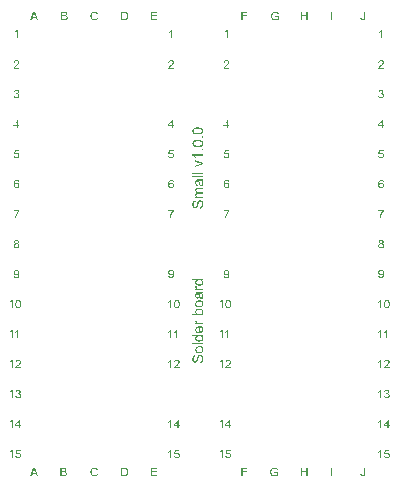
<source format=gto>
%FSLAX33Y33*%
%MOMM*%
%LNtop silkscreen_traces*%
%LNtop silkscreen component 0b8c0f4da174c7f8*%
G36*
G01*
X22613Y41783D02*
X22613Y42510D01*
X23104Y42510D01*
X23104Y42424D01*
X22709Y42424D01*
X22709Y42199D01*
X23051Y42199D01*
X23051Y42113D01*
X22709Y42113D01*
X22709Y41783D01*
X22613Y41783D01*
X22613Y41783D01*
X25489Y42068D02*
X25489Y42154D01*
X25797Y42154D01*
X25797Y41884D01*
X25761Y41858D01*
X25725Y41835D01*
X25688Y41815D01*
X25650Y41799D01*
X25612Y41787D01*
X25574Y41778D01*
X25535Y41772D01*
X25495Y41771D01*
X25443Y41773D01*
X25393Y41782D01*
X25346Y41796D01*
X25301Y41816D01*
X25260Y41842D01*
X25224Y41873D01*
X25194Y41908D01*
X25169Y41949D01*
X25149Y41994D01*
X25135Y42041D01*
X25127Y42091D01*
X25124Y42143D01*
X25127Y42195D01*
X25135Y42246D01*
X25149Y42294D01*
X25168Y42341D01*
X25193Y42384D01*
X25222Y42422D01*
X25257Y42453D01*
X25296Y42478D01*
X25339Y42498D01*
X25386Y42512D01*
X25435Y42520D01*
X25488Y42523D01*
X25526Y42521D01*
X25563Y42516D01*
X25598Y42508D01*
X25631Y42497D01*
X25661Y42483D01*
X25687Y42467D01*
X25711Y42448D01*
X25731Y42426D01*
X25748Y42401D01*
X25762Y42373D01*
X25775Y42342D01*
X25786Y42307D01*
X25699Y42283D01*
X25690Y42309D01*
X25680Y42333D01*
X25670Y42353D01*
X25658Y42370D01*
X25645Y42385D01*
X25629Y42399D01*
X25610Y42411D01*
X25589Y42421D01*
X25566Y42430D01*
X25541Y42436D01*
X25515Y42439D01*
X25489Y42440D01*
X25457Y42439D01*
X25427Y42435D01*
X25400Y42429D01*
X25374Y42420D01*
X25352Y42409D01*
X25331Y42397D01*
X25313Y42383D01*
X25297Y42367D01*
X25283Y42351D01*
X25271Y42333D01*
X25260Y42315D01*
X25251Y42295D01*
X25239Y42261D01*
X25230Y42225D01*
X25225Y42188D01*
X25223Y42149D01*
X25225Y42102D01*
X25231Y42060D01*
X25242Y42021D01*
X25257Y41986D01*
X25275Y41956D01*
X25298Y41929D01*
X25324Y41907D01*
X25354Y41889D01*
X25387Y41875D01*
X25420Y41865D01*
X25455Y41859D01*
X25490Y41857D01*
X25521Y41859D01*
X25552Y41863D01*
X25582Y41871D01*
X25612Y41881D01*
X25640Y41894D01*
X25664Y41906D01*
X25685Y41919D01*
X25702Y41933D01*
X25702Y42068D01*
X25489Y42068D01*
X25489Y42068D01*
X27640Y41783D02*
X27640Y42510D01*
X27737Y42510D01*
X27737Y42212D01*
X28115Y42212D01*
X28115Y42510D01*
X28211Y42510D01*
X28211Y41783D01*
X28115Y41783D01*
X28115Y42126D01*
X27737Y42126D01*
X27737Y41783D01*
X27640Y41783D01*
X27640Y41783D01*
X30219Y41783D02*
X30219Y42510D01*
X30315Y42510D01*
X30315Y41783D01*
X30219Y41783D01*
X30219Y41783D01*
X32694Y41989D02*
X32780Y42001D01*
X32784Y41963D01*
X32790Y41931D01*
X32799Y41906D01*
X32812Y41887D01*
X32827Y41874D01*
X32845Y41864D01*
X32865Y41858D01*
X32889Y41856D01*
X32906Y41857D01*
X32922Y41861D01*
X32937Y41866D01*
X32951Y41873D01*
X32963Y41882D01*
X32973Y41893D01*
X32981Y41905D01*
X32987Y41918D01*
X32992Y41935D01*
X32995Y41955D01*
X32997Y41980D01*
X32997Y42009D01*
X32997Y42510D01*
X33094Y42510D01*
X33094Y42015D01*
X33092Y41972D01*
X33088Y41934D01*
X33081Y41901D01*
X33071Y41873D01*
X33059Y41850D01*
X33043Y41829D01*
X33024Y41812D01*
X33001Y41797D01*
X32977Y41785D01*
X32949Y41777D01*
X32920Y41772D01*
X32889Y41771D01*
X32844Y41774D01*
X32805Y41784D01*
X32771Y41802D01*
X32743Y41826D01*
X32720Y41857D01*
X32705Y41894D01*
X32696Y41938D01*
X32694Y41989D01*
X32694Y41989D01*
X21461Y40259D02*
X21371Y40259D01*
X21371Y40828D01*
X21354Y40813D01*
X21334Y40797D01*
X21312Y40782D01*
X21287Y40767D01*
X21261Y40752D01*
X21237Y40740D01*
X21214Y40729D01*
X21193Y40720D01*
X21193Y40807D01*
X21229Y40825D01*
X21263Y40846D01*
X21294Y40868D01*
X21324Y40892D01*
X21350Y40917D01*
X21371Y40941D01*
X21389Y40965D01*
X21403Y40989D01*
X21461Y40989D01*
X21461Y40259D01*
X21461Y40259D01*
X21593Y37779D02*
X21593Y37694D01*
X21113Y37694D01*
X21113Y37710D01*
X21115Y37725D01*
X21118Y37741D01*
X21123Y37756D01*
X21134Y37780D01*
X21147Y37804D01*
X21163Y37828D01*
X21182Y37852D01*
X21204Y37877D01*
X21231Y37904D01*
X21263Y37932D01*
X21299Y37962D01*
X21353Y38009D01*
X21398Y38050D01*
X21433Y38086D01*
X21459Y38117D01*
X21477Y38145D01*
X21490Y38172D01*
X21498Y38198D01*
X21501Y38224D01*
X21498Y38249D01*
X21491Y38273D01*
X21479Y38294D01*
X21463Y38313D01*
X21442Y38329D01*
X21419Y38341D01*
X21393Y38348D01*
X21364Y38350D01*
X21333Y38348D01*
X21306Y38340D01*
X21282Y38328D01*
X21261Y38311D01*
X21244Y38290D01*
X21231Y38265D01*
X21224Y38236D01*
X21221Y38204D01*
X21130Y38214D01*
X21138Y38262D01*
X21152Y38304D01*
X21173Y38340D01*
X21201Y38370D01*
X21234Y38394D01*
X21273Y38410D01*
X21317Y38420D01*
X21366Y38424D01*
X21415Y38420D01*
X21460Y38409D01*
X21498Y38391D01*
X21531Y38366D01*
X21558Y38335D01*
X21577Y38301D01*
X21589Y38263D01*
X21592Y38222D01*
X21591Y38200D01*
X21588Y38179D01*
X21582Y38157D01*
X21575Y38136D01*
X21564Y38115D01*
X21551Y38093D01*
X21535Y38070D01*
X21515Y38047D01*
X21491Y38022D01*
X21460Y37992D01*
X21422Y37958D01*
X21378Y37919D01*
X21341Y37888D01*
X21312Y37863D01*
X21289Y37843D01*
X21274Y37828D01*
X21264Y37816D01*
X21254Y37804D01*
X21245Y37792D01*
X21237Y37779D01*
X21593Y37779D01*
X21593Y37779D01*
X21410Y32639D02*
X21410Y32813D01*
X21095Y32813D01*
X21095Y32895D01*
X21354Y33263D01*
X21410Y33223D01*
X21183Y32895D01*
X21410Y32895D01*
X21410Y32895D01*
X21410Y33223D01*
X21354Y33263D01*
X21427Y33366D01*
X21500Y33366D01*
X21500Y32895D01*
X21598Y32895D01*
X21598Y32813D01*
X21500Y32813D01*
X21500Y32639D01*
X21410Y32639D01*
X21410Y32639D01*
X21124Y30290D02*
X21218Y30297D01*
X21225Y30265D01*
X21235Y30237D01*
X21249Y30214D01*
X21266Y30194D01*
X21286Y30179D01*
X21308Y30169D01*
X21332Y30162D01*
X21358Y30160D01*
X21389Y30163D01*
X21417Y30172D01*
X21443Y30187D01*
X21467Y30209D01*
X21487Y30235D01*
X21500Y30265D01*
X21509Y30299D01*
X21512Y30338D01*
X21509Y30374D01*
X21501Y30406D01*
X21487Y30434D01*
X21469Y30458D01*
X21446Y30477D01*
X21419Y30491D01*
X21389Y30500D01*
X21356Y30502D01*
X21335Y30501D01*
X21315Y30497D01*
X21296Y30491D01*
X21278Y30483D01*
X21262Y30472D01*
X21247Y30460D01*
X21235Y30447D01*
X21224Y30432D01*
X21140Y30443D01*
X21210Y30816D01*
X21572Y30816D01*
X21572Y30731D01*
X21282Y30731D01*
X21243Y30536D01*
X21276Y30556D01*
X21310Y30570D01*
X21345Y30578D01*
X21380Y30581D01*
X21426Y30577D01*
X21468Y30565D01*
X21506Y30544D01*
X21541Y30515D01*
X21570Y30480D01*
X21590Y30440D01*
X21602Y30395D01*
X21606Y30346D01*
X21603Y30298D01*
X21592Y30254D01*
X21574Y30213D01*
X21549Y30175D01*
X21511Y30136D01*
X21466Y30109D01*
X21415Y30092D01*
X21358Y30087D01*
X21310Y30090D01*
X21268Y30100D01*
X21230Y30118D01*
X21196Y30142D01*
X21168Y30172D01*
X21147Y30207D01*
X21132Y30246D01*
X21124Y30290D01*
X21124Y30290D01*
X21588Y28108D02*
X21499Y28101D01*
X21492Y28126D01*
X21484Y28147D01*
X21475Y28164D01*
X21465Y28178D01*
X21446Y28194D01*
X21425Y28206D01*
X21401Y28213D01*
X21376Y28216D01*
X21355Y28214D01*
X21336Y28210D01*
X21318Y28202D01*
X21301Y28192D01*
X21281Y28175D01*
X21263Y28154D01*
X21248Y28130D01*
X21234Y28102D01*
X21224Y28070D01*
X21216Y28031D01*
X21211Y27985D01*
X21209Y27934D01*
X21256Y27897D01*
X21247Y27885D01*
X21233Y27858D01*
X21226Y27828D01*
X21223Y27795D01*
X21223Y27795D01*
X21224Y27772D01*
X21228Y27749D01*
X21234Y27728D01*
X21242Y27706D01*
X21253Y27687D01*
X21266Y27669D01*
X21281Y27654D01*
X21297Y27642D01*
X21315Y27632D01*
X21333Y27626D01*
X21352Y27621D01*
X21371Y27620D01*
X21399Y27623D01*
X21424Y27631D01*
X21447Y27646D01*
X21468Y27666D01*
X21486Y27691D01*
X21499Y27719D01*
X21507Y27753D01*
X21509Y27790D01*
X21507Y27825D01*
X21499Y27857D01*
X21487Y27885D01*
X21469Y27908D01*
X21448Y27927D01*
X21424Y27941D01*
X21397Y27949D01*
X21368Y27952D01*
X21339Y27949D01*
X21312Y27941D01*
X21287Y27927D01*
X21265Y27908D01*
X21256Y27897D01*
X21209Y27934D01*
X21226Y27957D01*
X21245Y27977D01*
X21265Y27993D01*
X21288Y28007D01*
X21311Y28017D01*
X21336Y28025D01*
X21360Y28029D01*
X21386Y28031D01*
X21429Y28027D01*
X21468Y28014D01*
X21505Y27994D01*
X21538Y27965D01*
X21565Y27930D01*
X21585Y27890D01*
X21596Y27845D01*
X21600Y27795D01*
X21599Y27762D01*
X21593Y27729D01*
X21584Y27698D01*
X21571Y27668D01*
X21555Y27640D01*
X21536Y27616D01*
X21514Y27595D01*
X21490Y27578D01*
X21463Y27564D01*
X21435Y27554D01*
X21405Y27549D01*
X21373Y27547D01*
X21319Y27552D01*
X21271Y27567D01*
X21228Y27593D01*
X21191Y27629D01*
X21160Y27676D01*
X21138Y27737D01*
X21125Y27812D01*
X21120Y27899D01*
X21125Y27998D01*
X21140Y28081D01*
X21164Y28151D01*
X21198Y28206D01*
X21235Y28242D01*
X21278Y28268D01*
X21327Y28284D01*
X21381Y28289D01*
X21422Y28286D01*
X21459Y28277D01*
X21492Y28262D01*
X21522Y28241D01*
X21546Y28215D01*
X21566Y28184D01*
X21579Y28148D01*
X21588Y28108D01*
X21588Y28108D01*
X21130Y25651D02*
X21130Y25737D01*
X21601Y25737D01*
X21601Y25667D01*
X21566Y25627D01*
X21532Y25581D01*
X21497Y25529D01*
X21463Y25471D01*
X21431Y25409D01*
X21403Y25347D01*
X21378Y25283D01*
X21358Y25219D01*
X21346Y25172D01*
X21336Y25123D01*
X21329Y25072D01*
X21324Y25019D01*
X21232Y25019D01*
X21234Y25064D01*
X21241Y25114D01*
X21251Y25168D01*
X21266Y25226D01*
X21283Y25287D01*
X21305Y25346D01*
X21330Y25404D01*
X21358Y25461D01*
X21389Y25515D01*
X21420Y25565D01*
X21453Y25610D01*
X21486Y25651D01*
X21130Y25651D01*
X21130Y25651D01*
X21138Y20107D02*
X21223Y20115D01*
X21230Y20087D01*
X21239Y20063D01*
X21251Y20043D01*
X21265Y20027D01*
X21282Y20015D01*
X21300Y20007D01*
X21321Y20002D01*
X21344Y20000D01*
X21364Y20001D01*
X21383Y20005D01*
X21400Y20011D01*
X21416Y20019D01*
X21431Y20029D01*
X21444Y20041D01*
X21456Y20054D01*
X21467Y20069D01*
X21476Y20086D01*
X21485Y20106D01*
X21493Y20129D01*
X21500Y20154D01*
X21506Y20181D01*
X21510Y20208D01*
X21513Y20236D01*
X21514Y20263D01*
X21514Y20267D01*
X21513Y20271D01*
X21513Y20276D01*
X21513Y20281D01*
X21468Y20314D01*
X21481Y20332D01*
X21493Y20360D01*
X21501Y20392D01*
X21503Y20428D01*
X21503Y20428D01*
X21501Y20465D01*
X21493Y20497D01*
X21480Y20526D01*
X21462Y20550D01*
X21441Y20570D01*
X21417Y20584D01*
X21392Y20593D01*
X21364Y20595D01*
X21335Y20592D01*
X21308Y20583D01*
X21283Y20568D01*
X21260Y20547D01*
X21241Y20521D01*
X21227Y20491D01*
X21219Y20458D01*
X21216Y20421D01*
X21219Y20388D01*
X21226Y20358D01*
X21240Y20331D01*
X21258Y20308D01*
X21280Y20289D01*
X21305Y20275D01*
X21332Y20267D01*
X21361Y20264D01*
X21391Y20267D01*
X21418Y20275D01*
X21442Y20289D01*
X21463Y20308D01*
X21468Y20314D01*
X21513Y20281D01*
X21498Y20261D01*
X21481Y20243D01*
X21462Y20226D01*
X21440Y20212D01*
X21416Y20200D01*
X21392Y20192D01*
X21366Y20187D01*
X21339Y20186D01*
X21296Y20190D01*
X21256Y20202D01*
X21220Y20222D01*
X21187Y20251D01*
X21159Y20286D01*
X21140Y20327D01*
X21128Y20373D01*
X21124Y20424D01*
X21128Y20476D01*
X21140Y20524D01*
X21161Y20565D01*
X21189Y20602D01*
X21224Y20631D01*
X21263Y20652D01*
X21306Y20665D01*
X21353Y20669D01*
X21388Y20667D01*
X21421Y20660D01*
X21452Y20648D01*
X21483Y20631D01*
X21510Y20610D01*
X21534Y20585D01*
X21555Y20555D01*
X21572Y20522D01*
X21585Y20483D01*
X21595Y20436D01*
X21600Y20381D01*
X21602Y20318D01*
X21601Y20251D01*
X21595Y20192D01*
X21585Y20140D01*
X21572Y20096D01*
X21555Y20057D01*
X21534Y20023D01*
X21510Y19994D01*
X21482Y19970D01*
X21451Y19951D01*
X21417Y19937D01*
X21381Y19929D01*
X21342Y19927D01*
X21301Y19930D01*
X21264Y19938D01*
X21232Y19953D01*
X21203Y19974D01*
X21178Y20000D01*
X21159Y20031D01*
X21146Y20067D01*
X21138Y20107D01*
X21138Y20107D01*
X21029Y17399D02*
X20939Y17399D01*
X20939Y17968D01*
X20922Y17953D01*
X20902Y17937D01*
X20880Y17922D01*
X20855Y17907D01*
X20829Y17892D01*
X20805Y17880D01*
X20782Y17869D01*
X20761Y17860D01*
X20761Y17947D01*
X20797Y17965D01*
X20831Y17986D01*
X20863Y18008D01*
X20892Y18032D01*
X20918Y18057D01*
X20940Y18081D01*
X20957Y18105D01*
X20971Y18129D01*
X21029Y18129D01*
X21029Y17399D01*
X21029Y17399D01*
X21257Y17758D02*
X21259Y17819D01*
X21264Y17874D01*
X21272Y17923D01*
X21284Y17965D01*
X21299Y18002D01*
X21317Y18035D01*
X21338Y18063D01*
X21363Y18087D01*
X21391Y18105D01*
X21422Y18119D01*
X21457Y18127D01*
X21495Y18129D01*
X21523Y18128D01*
X21550Y18123D01*
X21574Y18116D01*
X21597Y18106D01*
X21618Y18093D01*
X21638Y18077D01*
X21655Y18059D01*
X21670Y18038D01*
X21684Y18014D01*
X21696Y17988D01*
X21706Y17960D01*
X21715Y17930D01*
X21722Y17895D01*
X21728Y17855D01*
X21731Y17809D01*
X21732Y17758D01*
X21730Y17697D01*
X21725Y17642D01*
X21717Y17593D01*
X21705Y17551D01*
X21691Y17514D01*
X21673Y17481D01*
X21651Y17453D01*
X21627Y17430D01*
X21599Y17411D01*
X21568Y17397D01*
X21533Y17389D01*
X21495Y17387D01*
X21488Y17387D01*
X21495Y17460D01*
X21524Y17464D01*
X21551Y17475D01*
X21576Y17494D01*
X21598Y17520D01*
X21616Y17557D01*
X21629Y17609D01*
X21637Y17676D01*
X21640Y17758D01*
X21637Y17840D01*
X21629Y17907D01*
X21616Y17959D01*
X21598Y17996D01*
X21576Y18022D01*
X21551Y18041D01*
X21524Y18052D01*
X21494Y18055D01*
X21464Y18052D01*
X21438Y18042D01*
X21415Y18026D01*
X21395Y18003D01*
X21375Y17963D01*
X21361Y17909D01*
X21352Y17840D01*
X21349Y17758D01*
X21349Y17758D01*
X21352Y17676D01*
X21360Y17609D01*
X21373Y17556D01*
X21391Y17519D01*
X21413Y17493D01*
X21438Y17475D01*
X21465Y17464D01*
X21495Y17460D01*
X21488Y17387D01*
X21445Y17391D01*
X21401Y17405D01*
X21362Y17429D01*
X21329Y17462D01*
X21298Y17515D01*
X21275Y17581D01*
X21262Y17662D01*
X21257Y17758D01*
X21257Y17758D01*
X21029Y14859D02*
X20939Y14859D01*
X20939Y15428D01*
X20922Y15413D01*
X20902Y15397D01*
X20880Y15382D01*
X20855Y15367D01*
X20829Y15352D01*
X20805Y15340D01*
X20782Y15329D01*
X20761Y15320D01*
X20761Y15407D01*
X20797Y15425D01*
X20831Y15446D01*
X20863Y15468D01*
X20892Y15492D01*
X20918Y15517D01*
X20940Y15541D01*
X20957Y15565D01*
X20971Y15589D01*
X21029Y15589D01*
X21029Y14859D01*
X21029Y14859D01*
X21518Y14859D02*
X21429Y14859D01*
X21429Y15428D01*
X21412Y15413D01*
X21392Y15397D01*
X21369Y15382D01*
X21344Y15367D01*
X21319Y15352D01*
X21295Y15340D01*
X21272Y15329D01*
X21250Y15320D01*
X21250Y15407D01*
X21287Y15425D01*
X21321Y15446D01*
X21352Y15468D01*
X21381Y15492D01*
X21407Y15517D01*
X21429Y15541D01*
X21447Y15565D01*
X21461Y15589D01*
X21518Y15589D01*
X21518Y14859D01*
X21518Y14859D01*
X21029Y12319D02*
X20939Y12319D01*
X20939Y12888D01*
X20922Y12873D01*
X20902Y12857D01*
X20880Y12842D01*
X20855Y12827D01*
X20829Y12812D01*
X20805Y12800D01*
X20782Y12789D01*
X20761Y12780D01*
X20761Y12867D01*
X20797Y12885D01*
X20831Y12906D01*
X20863Y12928D01*
X20892Y12952D01*
X20918Y12977D01*
X20940Y13001D01*
X20957Y13025D01*
X20971Y13049D01*
X21029Y13049D01*
X21029Y12319D01*
X21029Y12319D01*
X21727Y12405D02*
X21727Y12319D01*
X21246Y12319D01*
X21246Y12335D01*
X21248Y12351D01*
X21252Y12366D01*
X21256Y12381D01*
X21267Y12405D01*
X21280Y12430D01*
X21296Y12454D01*
X21315Y12478D01*
X21338Y12502D01*
X21365Y12529D01*
X21396Y12558D01*
X21432Y12588D01*
X21487Y12634D01*
X21531Y12675D01*
X21567Y12711D01*
X21592Y12742D01*
X21611Y12770D01*
X21624Y12797D01*
X21631Y12824D01*
X21634Y12849D01*
X21632Y12875D01*
X21624Y12898D01*
X21613Y12920D01*
X21596Y12939D01*
X21576Y12955D01*
X21552Y12966D01*
X21526Y12973D01*
X21497Y12975D01*
X21466Y12973D01*
X21439Y12966D01*
X21415Y12954D01*
X21394Y12937D01*
X21377Y12915D01*
X21365Y12890D01*
X21357Y12862D01*
X21355Y12829D01*
X21263Y12839D01*
X21271Y12887D01*
X21285Y12929D01*
X21306Y12965D01*
X21334Y12995D01*
X21367Y13019D01*
X21406Y13036D01*
X21450Y13046D01*
X21499Y13049D01*
X21549Y13046D01*
X21593Y13035D01*
X21631Y13017D01*
X21665Y12991D01*
X21691Y12960D01*
X21710Y12926D01*
X21722Y12889D01*
X21726Y12847D01*
X21725Y12826D01*
X21721Y12804D01*
X21716Y12783D01*
X21708Y12762D01*
X21697Y12740D01*
X21684Y12718D01*
X21668Y12696D01*
X21649Y12673D01*
X21624Y12647D01*
X21593Y12617D01*
X21556Y12583D01*
X21511Y12545D01*
X21474Y12514D01*
X21445Y12488D01*
X21423Y12468D01*
X21408Y12453D01*
X21397Y12441D01*
X21387Y12429D01*
X21378Y12417D01*
X21370Y12405D01*
X21727Y12405D01*
X21727Y12405D01*
X21029Y7239D02*
X20939Y7239D01*
X20939Y7808D01*
X20922Y7793D01*
X20902Y7777D01*
X20880Y7762D01*
X20855Y7747D01*
X20829Y7732D01*
X20805Y7720D01*
X20782Y7709D01*
X20761Y7700D01*
X20761Y7787D01*
X20797Y7805D01*
X20831Y7826D01*
X20863Y7848D01*
X20892Y7872D01*
X20918Y7897D01*
X20940Y7921D01*
X20957Y7945D01*
X20971Y7969D01*
X21029Y7969D01*
X21029Y7239D01*
X21029Y7239D01*
X21544Y7239D02*
X21544Y7413D01*
X21228Y7413D01*
X21228Y7495D01*
X21487Y7863D01*
X21544Y7823D01*
X21316Y7495D01*
X21544Y7495D01*
X21544Y7495D01*
X21544Y7823D01*
X21487Y7863D01*
X21560Y7966D01*
X21633Y7966D01*
X21633Y7495D01*
X21731Y7495D01*
X21731Y7413D01*
X21633Y7413D01*
X21633Y7239D01*
X21544Y7239D01*
X21544Y7239D01*
X21029Y4699D02*
X20939Y4699D01*
X20939Y5268D01*
X20922Y5253D01*
X20902Y5237D01*
X20880Y5222D01*
X20855Y5207D01*
X20829Y5192D01*
X20805Y5180D01*
X20782Y5169D01*
X20761Y5160D01*
X20761Y5247D01*
X20797Y5265D01*
X20831Y5286D01*
X20863Y5308D01*
X20892Y5332D01*
X20918Y5357D01*
X20940Y5381D01*
X20957Y5405D01*
X20971Y5429D01*
X21029Y5429D01*
X21029Y4699D01*
X21029Y4699D01*
X21257Y4889D02*
X21351Y4897D01*
X21358Y4865D01*
X21368Y4837D01*
X21382Y4814D01*
X21400Y4794D01*
X21420Y4779D01*
X21441Y4769D01*
X21465Y4762D01*
X21491Y4760D01*
X21522Y4763D01*
X21551Y4772D01*
X21577Y4787D01*
X21600Y4809D01*
X21620Y4835D01*
X21634Y4865D01*
X21642Y4899D01*
X21645Y4938D01*
X21642Y4974D01*
X21634Y5006D01*
X21621Y5034D01*
X21602Y5058D01*
X21579Y5077D01*
X21552Y5091D01*
X21523Y5100D01*
X21490Y5102D01*
X21469Y5101D01*
X21449Y5097D01*
X21430Y5091D01*
X21412Y5083D01*
X21395Y5072D01*
X21381Y5060D01*
X21368Y5047D01*
X21357Y5032D01*
X21273Y5043D01*
X21344Y5416D01*
X21705Y5416D01*
X21705Y5331D01*
X21415Y5331D01*
X21376Y5136D01*
X21409Y5156D01*
X21443Y5170D01*
X21478Y5178D01*
X21513Y5181D01*
X21559Y5177D01*
X21601Y5165D01*
X21640Y5144D01*
X21674Y5115D01*
X21703Y5080D01*
X21723Y5040D01*
X21736Y4995D01*
X21740Y4946D01*
X21736Y4898D01*
X21725Y4854D01*
X21707Y4813D01*
X21682Y4775D01*
X21644Y4736D01*
X21599Y4709D01*
X21548Y4692D01*
X21491Y4687D01*
X21444Y4690D01*
X21401Y4700D01*
X21363Y4718D01*
X21329Y4742D01*
X21301Y4772D01*
X21280Y4807D01*
X21265Y4846D01*
X21257Y4889D01*
X21257Y4889D01*
X22613Y3175D02*
X22613Y3902D01*
X23104Y3902D01*
X23104Y3816D01*
X22709Y3816D01*
X22709Y3591D01*
X23051Y3591D01*
X23051Y3505D01*
X22709Y3505D01*
X22709Y3175D01*
X22613Y3175D01*
X22613Y3175D01*
X25412Y3460D02*
X25412Y3546D01*
X25720Y3546D01*
X25720Y3276D01*
X25685Y3250D01*
X25648Y3227D01*
X25611Y3207D01*
X25574Y3191D01*
X25536Y3179D01*
X25498Y3170D01*
X25459Y3164D01*
X25419Y3163D01*
X25367Y3165D01*
X25317Y3174D01*
X25270Y3188D01*
X25225Y3208D01*
X25183Y3234D01*
X25148Y3265D01*
X25117Y3300D01*
X25092Y3341D01*
X25073Y3386D01*
X25059Y3433D01*
X25050Y3483D01*
X25048Y3535D01*
X25050Y3587D01*
X25059Y3638D01*
X25073Y3686D01*
X25092Y3733D01*
X25117Y3776D01*
X25146Y3814D01*
X25181Y3845D01*
X25220Y3870D01*
X25263Y3890D01*
X25309Y3904D01*
X25359Y3912D01*
X25412Y3915D01*
X25450Y3913D01*
X25487Y3908D01*
X25522Y3900D01*
X25554Y3889D01*
X25585Y3875D01*
X25611Y3859D01*
X25635Y3840D01*
X25654Y3818D01*
X25671Y3793D01*
X25686Y3765D01*
X25699Y3734D01*
X25709Y3699D01*
X25623Y3675D01*
X25614Y3701D01*
X25604Y3725D01*
X25594Y3745D01*
X25582Y3762D01*
X25569Y3777D01*
X25552Y3791D01*
X25534Y3803D01*
X25513Y3813D01*
X25489Y3822D01*
X25465Y3828D01*
X25439Y3831D01*
X25412Y3832D01*
X25380Y3831D01*
X25351Y3827D01*
X25323Y3821D01*
X25298Y3812D01*
X25275Y3801D01*
X25255Y3789D01*
X25236Y3775D01*
X25221Y3759D01*
X25207Y3743D01*
X25194Y3725D01*
X25184Y3707D01*
X25175Y3687D01*
X25163Y3653D01*
X25154Y3617D01*
X25149Y3580D01*
X25147Y3541D01*
X25149Y3494D01*
X25155Y3452D01*
X25166Y3413D01*
X25180Y3378D01*
X25199Y3348D01*
X25221Y3321D01*
X25248Y3299D01*
X25278Y3281D01*
X25310Y3267D01*
X25344Y3257D01*
X25378Y3251D01*
X25414Y3249D01*
X25445Y3251D01*
X25476Y3255D01*
X25506Y3263D01*
X25536Y3273D01*
X25564Y3286D01*
X25588Y3298D01*
X25609Y3311D01*
X25626Y3325D01*
X25626Y3460D01*
X25412Y3460D01*
X25412Y3460D01*
X27640Y3175D02*
X27640Y3902D01*
X27737Y3902D01*
X27737Y3604D01*
X28115Y3604D01*
X28115Y3902D01*
X28211Y3902D01*
X28211Y3175D01*
X28115Y3175D01*
X28115Y3518D01*
X27737Y3518D01*
X27737Y3175D01*
X27640Y3175D01*
X27640Y3175D01*
X30219Y3175D02*
X30219Y3902D01*
X30315Y3902D01*
X30315Y3175D01*
X30219Y3175D01*
X30219Y3175D01*
X32694Y3381D02*
X32780Y3393D01*
X32784Y3355D01*
X32790Y3323D01*
X32799Y3298D01*
X32812Y3279D01*
X32827Y3266D01*
X32845Y3256D01*
X32865Y3250D01*
X32889Y3248D01*
X32906Y3249D01*
X32922Y3253D01*
X32937Y3258D01*
X32951Y3265D01*
X32963Y3274D01*
X32973Y3285D01*
X32981Y3297D01*
X32987Y3310D01*
X32992Y3327D01*
X32995Y3347D01*
X32997Y3372D01*
X32997Y3401D01*
X32997Y3902D01*
X33094Y3902D01*
X33094Y3407D01*
X33092Y3364D01*
X33088Y3326D01*
X33081Y3293D01*
X33071Y3265D01*
X33059Y3242D01*
X33043Y3221D01*
X33024Y3204D01*
X33001Y3189D01*
X32977Y3177D01*
X32949Y3169D01*
X32920Y3164D01*
X32889Y3163D01*
X32844Y3166D01*
X32805Y3176D01*
X32771Y3194D01*
X32743Y3218D01*
X32720Y3249D01*
X32705Y3286D01*
X32696Y3330D01*
X32694Y3381D01*
X32694Y3381D01*
X34343Y22873D02*
X34372Y22818D01*
X34359Y22811D01*
X34337Y22793D01*
X34319Y22771D01*
X34306Y22746D01*
X34299Y22719D01*
X34296Y22689D01*
X34296Y22689D01*
X34297Y22670D01*
X34300Y22651D01*
X34306Y22633D01*
X34314Y22615D01*
X34324Y22598D01*
X34337Y22583D01*
X34351Y22570D01*
X34368Y22560D01*
X34386Y22551D01*
X34405Y22545D01*
X34425Y22541D01*
X34445Y22540D01*
X34475Y22543D01*
X34503Y22550D01*
X34528Y22563D01*
X34550Y22581D01*
X34569Y22603D01*
X34582Y22628D01*
X34590Y22656D01*
X34592Y22686D01*
X34589Y22717D01*
X34581Y22745D01*
X34568Y22770D01*
X34549Y22793D01*
X34526Y22811D01*
X34501Y22824D01*
X34473Y22832D01*
X34442Y22835D01*
X34412Y22832D01*
X34384Y22824D01*
X34372Y22818D01*
X34343Y22873D01*
X34376Y22926D01*
X34396Y22916D01*
X34419Y22910D01*
X34444Y22908D01*
X34469Y22910D01*
X34491Y22916D01*
X34511Y22926D01*
X34529Y22940D01*
X34543Y22957D01*
X34554Y22976D01*
X34560Y22997D01*
X34562Y23020D01*
X34560Y23043D01*
X34553Y23065D01*
X34543Y23085D01*
X34528Y23102D01*
X34510Y23117D01*
X34490Y23127D01*
X34468Y23134D01*
X34443Y23136D01*
X34419Y23134D01*
X34397Y23128D01*
X34376Y23117D01*
X34358Y23103D01*
X34344Y23086D01*
X34333Y23067D01*
X34327Y23047D01*
X34325Y23025D01*
X34325Y23025D01*
X34327Y23000D01*
X34333Y22978D01*
X34343Y22958D01*
X34358Y22940D01*
X34376Y22926D01*
X34343Y22873D01*
X34317Y22885D01*
X34294Y22898D01*
X34275Y22914D01*
X34260Y22931D01*
X34249Y22951D01*
X34240Y22973D01*
X34235Y22996D01*
X34233Y23022D01*
X34237Y23060D01*
X34248Y23095D01*
X34266Y23127D01*
X34290Y23155D01*
X34321Y23179D01*
X34357Y23196D01*
X34397Y23206D01*
X34442Y23209D01*
X34488Y23206D01*
X34528Y23195D01*
X34564Y23178D01*
X34596Y23154D01*
X34621Y23125D01*
X34639Y23093D01*
X34650Y23057D01*
X34654Y23019D01*
X34652Y22995D01*
X34647Y22972D01*
X34639Y22951D01*
X34627Y22931D01*
X34612Y22914D01*
X34594Y22898D01*
X34572Y22885D01*
X34546Y22873D01*
X34578Y22861D01*
X34605Y22845D01*
X34629Y22826D01*
X34648Y22803D01*
X34664Y22777D01*
X34675Y22750D01*
X34681Y22719D01*
X34683Y22687D01*
X34679Y22642D01*
X34667Y22601D01*
X34646Y22564D01*
X34617Y22530D01*
X34582Y22502D01*
X34541Y22482D01*
X34495Y22471D01*
X34444Y22467D01*
X34393Y22471D01*
X34347Y22483D01*
X34306Y22502D01*
X34270Y22530D01*
X34241Y22564D01*
X34221Y22602D01*
X34208Y22644D01*
X34204Y22689D01*
X34206Y22723D01*
X34213Y22755D01*
X34224Y22783D01*
X34240Y22808D01*
X34260Y22830D01*
X34284Y22848D01*
X34311Y22863D01*
X34343Y22873D01*
X34343Y22873D01*
X34542Y40259D02*
X34452Y40259D01*
X34452Y40828D01*
X34435Y40813D01*
X34415Y40797D01*
X34393Y40782D01*
X34368Y40767D01*
X34342Y40752D01*
X34318Y40740D01*
X34295Y40729D01*
X34274Y40720D01*
X34274Y40807D01*
X34310Y40825D01*
X34344Y40846D01*
X34375Y40868D01*
X34405Y40892D01*
X34431Y40917D01*
X34452Y40941D01*
X34470Y40965D01*
X34484Y40989D01*
X34542Y40989D01*
X34542Y40259D01*
X34542Y40259D01*
X34674Y37779D02*
X34674Y37694D01*
X34194Y37694D01*
X34194Y37710D01*
X34196Y37725D01*
X34199Y37741D01*
X34204Y37756D01*
X34215Y37780D01*
X34228Y37804D01*
X34244Y37828D01*
X34263Y37852D01*
X34285Y37877D01*
X34312Y37904D01*
X34344Y37932D01*
X34380Y37962D01*
X34434Y38009D01*
X34479Y38050D01*
X34514Y38086D01*
X34540Y38117D01*
X34558Y38145D01*
X34571Y38172D01*
X34579Y38198D01*
X34582Y38224D01*
X34579Y38249D01*
X34572Y38273D01*
X34560Y38294D01*
X34544Y38313D01*
X34523Y38329D01*
X34500Y38341D01*
X34474Y38348D01*
X34445Y38350D01*
X34414Y38348D01*
X34387Y38340D01*
X34363Y38328D01*
X34342Y38311D01*
X34325Y38290D01*
X34312Y38265D01*
X34305Y38236D01*
X34302Y38204D01*
X34211Y38214D01*
X34219Y38262D01*
X34233Y38304D01*
X34254Y38340D01*
X34282Y38370D01*
X34315Y38394D01*
X34354Y38410D01*
X34398Y38420D01*
X34447Y38424D01*
X34496Y38420D01*
X34541Y38409D01*
X34579Y38391D01*
X34612Y38366D01*
X34639Y38335D01*
X34658Y38301D01*
X34670Y38263D01*
X34673Y38222D01*
X34672Y38200D01*
X34669Y38179D01*
X34663Y38157D01*
X34656Y38136D01*
X34645Y38115D01*
X34632Y38093D01*
X34616Y38070D01*
X34596Y38047D01*
X34572Y38022D01*
X34541Y37992D01*
X34503Y37958D01*
X34459Y37919D01*
X34422Y37888D01*
X34393Y37863D01*
X34370Y37843D01*
X34355Y37828D01*
X34345Y37816D01*
X34335Y37804D01*
X34326Y37792D01*
X34318Y37779D01*
X34674Y37779D01*
X34674Y37779D01*
X34206Y35371D02*
X34295Y35383D01*
X34304Y35348D01*
X34316Y35318D01*
X34330Y35293D01*
X34347Y35274D01*
X34367Y35259D01*
X34388Y35248D01*
X34412Y35242D01*
X34437Y35240D01*
X34468Y35243D01*
X34495Y35251D01*
X34521Y35265D01*
X34544Y35284D01*
X34563Y35307D01*
X34576Y35333D01*
X34584Y35361D01*
X34587Y35392D01*
X34585Y35421D01*
X34577Y35448D01*
X34565Y35472D01*
X34547Y35493D01*
X34526Y35511D01*
X34501Y35523D01*
X34474Y35531D01*
X34445Y35533D01*
X34431Y35533D01*
X34416Y35531D01*
X34400Y35528D01*
X34382Y35523D01*
X34392Y35602D01*
X34396Y35601D01*
X34400Y35601D01*
X34403Y35601D01*
X34406Y35601D01*
X34434Y35603D01*
X34460Y35608D01*
X34485Y35617D01*
X34509Y35630D01*
X34529Y35647D01*
X34543Y35668D01*
X34552Y35693D01*
X34554Y35722D01*
X34552Y35746D01*
X34546Y35767D01*
X34536Y35786D01*
X34521Y35804D01*
X34503Y35818D01*
X34483Y35828D01*
X34460Y35834D01*
X34435Y35836D01*
X34410Y35834D01*
X34388Y35828D01*
X34367Y35817D01*
X34349Y35803D01*
X34333Y35785D01*
X34320Y35762D01*
X34310Y35736D01*
X34304Y35705D01*
X34215Y35721D01*
X34225Y35763D01*
X34241Y35800D01*
X34263Y35833D01*
X34289Y35860D01*
X34320Y35881D01*
X34354Y35897D01*
X34392Y35906D01*
X34433Y35909D01*
X34463Y35908D01*
X34491Y35903D01*
X34517Y35895D01*
X34543Y35884D01*
X34567Y35870D01*
X34587Y35854D01*
X34605Y35835D01*
X34620Y35814D01*
X34631Y35792D01*
X34640Y35768D01*
X34645Y35745D01*
X34646Y35720D01*
X34645Y35697D01*
X34640Y35675D01*
X34632Y35654D01*
X34621Y35634D01*
X34607Y35616D01*
X34590Y35600D01*
X34569Y35585D01*
X34546Y35573D01*
X34576Y35563D01*
X34603Y35550D01*
X34627Y35533D01*
X34646Y35511D01*
X34662Y35486D01*
X34673Y35458D01*
X34680Y35428D01*
X34682Y35394D01*
X34678Y35348D01*
X34665Y35306D01*
X34643Y35267D01*
X34612Y35232D01*
X34575Y35203D01*
X34534Y35183D01*
X34488Y35170D01*
X34437Y35166D01*
X34391Y35170D01*
X34349Y35180D01*
X34312Y35198D01*
X34278Y35223D01*
X34250Y35254D01*
X34228Y35289D01*
X34214Y35328D01*
X34206Y35371D01*
X34206Y35371D01*
X34491Y32639D02*
X34491Y32813D01*
X34176Y32813D01*
X34176Y32895D01*
X34435Y33263D01*
X34491Y33223D01*
X34264Y32895D01*
X34491Y32895D01*
X34491Y32895D01*
X34491Y33223D01*
X34435Y33263D01*
X34508Y33366D01*
X34581Y33366D01*
X34581Y32895D01*
X34679Y32895D01*
X34679Y32813D01*
X34581Y32813D01*
X34581Y32639D01*
X34491Y32639D01*
X34491Y32639D01*
X34205Y30290D02*
X34299Y30297D01*
X34306Y30265D01*
X34316Y30237D01*
X34330Y30214D01*
X34347Y30194D01*
X34367Y30179D01*
X34389Y30169D01*
X34413Y30162D01*
X34439Y30160D01*
X34470Y30163D01*
X34498Y30172D01*
X34524Y30187D01*
X34548Y30209D01*
X34568Y30235D01*
X34581Y30265D01*
X34590Y30299D01*
X34593Y30338D01*
X34590Y30374D01*
X34582Y30406D01*
X34568Y30434D01*
X34550Y30458D01*
X34527Y30477D01*
X34500Y30491D01*
X34470Y30500D01*
X34437Y30502D01*
X34416Y30501D01*
X34396Y30497D01*
X34377Y30491D01*
X34359Y30483D01*
X34343Y30472D01*
X34328Y30460D01*
X34316Y30447D01*
X34305Y30432D01*
X34221Y30443D01*
X34291Y30816D01*
X34653Y30816D01*
X34653Y30731D01*
X34363Y30731D01*
X34324Y30536D01*
X34357Y30556D01*
X34391Y30570D01*
X34426Y30578D01*
X34461Y30581D01*
X34507Y30577D01*
X34549Y30565D01*
X34587Y30544D01*
X34622Y30515D01*
X34651Y30480D01*
X34671Y30440D01*
X34683Y30395D01*
X34687Y30346D01*
X34684Y30298D01*
X34673Y30254D01*
X34655Y30213D01*
X34630Y30175D01*
X34592Y30136D01*
X34547Y30109D01*
X34496Y30092D01*
X34439Y30087D01*
X34391Y30090D01*
X34349Y30100D01*
X34311Y30118D01*
X34277Y30142D01*
X34249Y30172D01*
X34228Y30207D01*
X34213Y30246D01*
X34205Y30290D01*
X34205Y30290D01*
X34669Y28108D02*
X34580Y28101D01*
X34573Y28126D01*
X34565Y28147D01*
X34556Y28164D01*
X34546Y28178D01*
X34527Y28194D01*
X34506Y28206D01*
X34482Y28213D01*
X34457Y28216D01*
X34436Y28214D01*
X34417Y28210D01*
X34399Y28202D01*
X34382Y28192D01*
X34362Y28175D01*
X34344Y28154D01*
X34329Y28130D01*
X34315Y28102D01*
X34305Y28070D01*
X34297Y28031D01*
X34292Y27985D01*
X34290Y27934D01*
X34337Y27897D01*
X34328Y27885D01*
X34314Y27858D01*
X34307Y27828D01*
X34304Y27795D01*
X34304Y27795D01*
X34305Y27772D01*
X34309Y27749D01*
X34315Y27728D01*
X34323Y27706D01*
X34334Y27687D01*
X34347Y27669D01*
X34362Y27654D01*
X34378Y27642D01*
X34396Y27632D01*
X34414Y27626D01*
X34433Y27621D01*
X34452Y27620D01*
X34480Y27623D01*
X34505Y27631D01*
X34528Y27646D01*
X34549Y27666D01*
X34567Y27691D01*
X34580Y27719D01*
X34588Y27753D01*
X34590Y27790D01*
X34588Y27825D01*
X34580Y27857D01*
X34568Y27885D01*
X34550Y27908D01*
X34529Y27927D01*
X34505Y27941D01*
X34478Y27949D01*
X34449Y27952D01*
X34420Y27949D01*
X34393Y27941D01*
X34368Y27927D01*
X34346Y27908D01*
X34337Y27897D01*
X34290Y27934D01*
X34307Y27957D01*
X34326Y27977D01*
X34346Y27993D01*
X34369Y28007D01*
X34392Y28017D01*
X34417Y28025D01*
X34441Y28029D01*
X34467Y28031D01*
X34510Y28027D01*
X34549Y28014D01*
X34586Y27994D01*
X34619Y27965D01*
X34646Y27930D01*
X34666Y27890D01*
X34677Y27845D01*
X34681Y27795D01*
X34680Y27762D01*
X34674Y27729D01*
X34665Y27698D01*
X34652Y27668D01*
X34636Y27640D01*
X34617Y27616D01*
X34595Y27595D01*
X34571Y27578D01*
X34544Y27564D01*
X34516Y27554D01*
X34486Y27549D01*
X34454Y27547D01*
X34400Y27552D01*
X34352Y27567D01*
X34309Y27593D01*
X34272Y27629D01*
X34241Y27676D01*
X34219Y27737D01*
X34206Y27812D01*
X34201Y27899D01*
X34206Y27998D01*
X34221Y28081D01*
X34245Y28151D01*
X34279Y28206D01*
X34316Y28242D01*
X34359Y28268D01*
X34408Y28284D01*
X34462Y28289D01*
X34503Y28286D01*
X34540Y28277D01*
X34573Y28262D01*
X34603Y28241D01*
X34627Y28215D01*
X34647Y28184D01*
X34660Y28148D01*
X34669Y28108D01*
X34669Y28108D01*
X34211Y25651D02*
X34211Y25737D01*
X34682Y25737D01*
X34682Y25667D01*
X34647Y25627D01*
X34613Y25581D01*
X34578Y25529D01*
X34544Y25471D01*
X34512Y25409D01*
X34484Y25347D01*
X34459Y25283D01*
X34439Y25219D01*
X34427Y25172D01*
X34417Y25123D01*
X34410Y25072D01*
X34405Y25019D01*
X34313Y25019D01*
X34315Y25064D01*
X34322Y25114D01*
X34332Y25168D01*
X34347Y25226D01*
X34364Y25287D01*
X34386Y25346D01*
X34411Y25404D01*
X34439Y25461D01*
X34470Y25515D01*
X34501Y25565D01*
X34534Y25610D01*
X34567Y25651D01*
X34211Y25651D01*
X34211Y25651D01*
X34219Y20107D02*
X34304Y20115D01*
X34311Y20087D01*
X34320Y20063D01*
X34332Y20043D01*
X34346Y20027D01*
X34363Y20015D01*
X34381Y20007D01*
X34402Y20002D01*
X34425Y20000D01*
X34445Y20001D01*
X34464Y20005D01*
X34481Y20011D01*
X34497Y20019D01*
X34512Y20029D01*
X34525Y20041D01*
X34537Y20054D01*
X34548Y20069D01*
X34557Y20086D01*
X34566Y20106D01*
X34574Y20129D01*
X34581Y20154D01*
X34587Y20181D01*
X34591Y20208D01*
X34594Y20236D01*
X34595Y20263D01*
X34595Y20267D01*
X34594Y20271D01*
X34594Y20276D01*
X34594Y20281D01*
X34549Y20314D01*
X34562Y20332D01*
X34574Y20360D01*
X34582Y20392D01*
X34584Y20428D01*
X34584Y20428D01*
X34582Y20465D01*
X34574Y20497D01*
X34561Y20526D01*
X34543Y20550D01*
X34522Y20570D01*
X34498Y20584D01*
X34473Y20593D01*
X34445Y20595D01*
X34416Y20592D01*
X34389Y20583D01*
X34364Y20568D01*
X34341Y20547D01*
X34322Y20521D01*
X34308Y20491D01*
X34300Y20458D01*
X34297Y20421D01*
X34300Y20388D01*
X34307Y20358D01*
X34321Y20331D01*
X34339Y20308D01*
X34361Y20289D01*
X34386Y20275D01*
X34413Y20267D01*
X34442Y20264D01*
X34472Y20267D01*
X34499Y20275D01*
X34523Y20289D01*
X34544Y20308D01*
X34549Y20314D01*
X34594Y20281D01*
X34579Y20261D01*
X34562Y20243D01*
X34543Y20226D01*
X34521Y20212D01*
X34497Y20200D01*
X34473Y20192D01*
X34447Y20187D01*
X34420Y20186D01*
X34377Y20190D01*
X34337Y20202D01*
X34301Y20222D01*
X34268Y20251D01*
X34240Y20286D01*
X34221Y20327D01*
X34209Y20373D01*
X34205Y20424D01*
X34209Y20476D01*
X34221Y20524D01*
X34242Y20565D01*
X34270Y20602D01*
X34305Y20631D01*
X34344Y20652D01*
X34387Y20665D01*
X34434Y20669D01*
X34469Y20667D01*
X34502Y20660D01*
X34533Y20648D01*
X34564Y20631D01*
X34591Y20610D01*
X34615Y20585D01*
X34636Y20555D01*
X34653Y20522D01*
X34666Y20483D01*
X34676Y20436D01*
X34681Y20381D01*
X34683Y20318D01*
X34682Y20251D01*
X34676Y20192D01*
X34666Y20140D01*
X34653Y20096D01*
X34636Y20057D01*
X34615Y20023D01*
X34591Y19994D01*
X34563Y19970D01*
X34532Y19951D01*
X34498Y19937D01*
X34462Y19929D01*
X34423Y19927D01*
X34382Y19930D01*
X34345Y19938D01*
X34313Y19953D01*
X34284Y19974D01*
X34259Y20000D01*
X34240Y20031D01*
X34227Y20067D01*
X34219Y20107D01*
X34219Y20107D01*
X34465Y17399D02*
X34376Y17399D01*
X34376Y17968D01*
X34359Y17953D01*
X34339Y17937D01*
X34316Y17922D01*
X34291Y17907D01*
X34266Y17892D01*
X34242Y17880D01*
X34219Y17869D01*
X34197Y17860D01*
X34197Y17947D01*
X34234Y17965D01*
X34268Y17986D01*
X34299Y18008D01*
X34328Y18032D01*
X34354Y18057D01*
X34376Y18081D01*
X34394Y18105D01*
X34408Y18129D01*
X34465Y18129D01*
X34465Y17399D01*
X34465Y17399D01*
X34694Y17758D02*
X34696Y17819D01*
X34701Y17874D01*
X34709Y17923D01*
X34721Y17965D01*
X34735Y18002D01*
X34754Y18035D01*
X34775Y18063D01*
X34799Y18087D01*
X34827Y18105D01*
X34859Y18119D01*
X34893Y18127D01*
X34931Y18129D01*
X34960Y18128D01*
X34986Y18123D01*
X35011Y18116D01*
X35034Y18106D01*
X35055Y18093D01*
X35074Y18077D01*
X35091Y18059D01*
X35107Y18038D01*
X35120Y18014D01*
X35132Y17988D01*
X35143Y17960D01*
X35152Y17930D01*
X35159Y17895D01*
X35164Y17855D01*
X35167Y17809D01*
X35168Y17758D01*
X35167Y17697D01*
X35162Y17642D01*
X35154Y17593D01*
X35142Y17551D01*
X35127Y17514D01*
X35109Y17481D01*
X35088Y17453D01*
X35063Y17430D01*
X35035Y17411D01*
X35004Y17397D01*
X34969Y17389D01*
X34931Y17387D01*
X34924Y17387D01*
X34931Y17460D01*
X34961Y17464D01*
X34988Y17475D01*
X35012Y17494D01*
X35035Y17520D01*
X35053Y17557D01*
X35066Y17609D01*
X35074Y17676D01*
X35077Y17758D01*
X35074Y17840D01*
X35066Y17907D01*
X35053Y17959D01*
X35035Y17996D01*
X35012Y18022D01*
X34988Y18041D01*
X34960Y18052D01*
X34930Y18055D01*
X34901Y18052D01*
X34875Y18042D01*
X34852Y18026D01*
X34832Y18003D01*
X34812Y17963D01*
X34797Y17909D01*
X34789Y17840D01*
X34786Y17758D01*
X34786Y17758D01*
X34788Y17676D01*
X34796Y17609D01*
X34809Y17556D01*
X34828Y17519D01*
X34850Y17493D01*
X34875Y17475D01*
X34902Y17464D01*
X34931Y17460D01*
X34924Y17387D01*
X34881Y17391D01*
X34837Y17405D01*
X34799Y17429D01*
X34766Y17462D01*
X34734Y17515D01*
X34712Y17581D01*
X34699Y17662D01*
X34694Y17758D01*
X34694Y17758D01*
X34465Y14859D02*
X34376Y14859D01*
X34376Y15428D01*
X34359Y15413D01*
X34339Y15397D01*
X34316Y15382D01*
X34291Y15367D01*
X34266Y15352D01*
X34242Y15340D01*
X34219Y15329D01*
X34197Y15320D01*
X34197Y15407D01*
X34234Y15425D01*
X34268Y15446D01*
X34299Y15468D01*
X34328Y15492D01*
X34354Y15517D01*
X34376Y15541D01*
X34394Y15565D01*
X34408Y15589D01*
X34465Y15589D01*
X34465Y14859D01*
X34465Y14859D01*
X34955Y14859D02*
X34866Y14859D01*
X34866Y15428D01*
X34848Y15413D01*
X34828Y15397D01*
X34806Y15382D01*
X34781Y15367D01*
X34756Y15352D01*
X34731Y15340D01*
X34709Y15329D01*
X34687Y15320D01*
X34687Y15407D01*
X34723Y15425D01*
X34757Y15446D01*
X34789Y15468D01*
X34818Y15492D01*
X34844Y15517D01*
X34866Y15541D01*
X34884Y15565D01*
X34897Y15589D01*
X34955Y15589D01*
X34955Y14859D01*
X34955Y14859D01*
X34465Y12319D02*
X34376Y12319D01*
X34376Y12888D01*
X34359Y12873D01*
X34339Y12857D01*
X34316Y12842D01*
X34291Y12827D01*
X34266Y12812D01*
X34242Y12800D01*
X34219Y12789D01*
X34197Y12780D01*
X34197Y12867D01*
X34234Y12885D01*
X34268Y12906D01*
X34299Y12928D01*
X34328Y12952D01*
X34354Y12977D01*
X34376Y13001D01*
X34394Y13025D01*
X34408Y13049D01*
X34465Y13049D01*
X34465Y12319D01*
X34465Y12319D01*
X35163Y12405D02*
X35163Y12319D01*
X34683Y12319D01*
X34683Y12335D01*
X34685Y12351D01*
X34688Y12366D01*
X34693Y12381D01*
X34704Y12405D01*
X34717Y12430D01*
X34733Y12454D01*
X34752Y12478D01*
X34774Y12502D01*
X34801Y12529D01*
X34833Y12558D01*
X34869Y12588D01*
X34923Y12634D01*
X34968Y12675D01*
X35003Y12711D01*
X35029Y12742D01*
X35047Y12770D01*
X35060Y12797D01*
X35068Y12824D01*
X35071Y12849D01*
X35068Y12875D01*
X35061Y12898D01*
X35049Y12920D01*
X35033Y12939D01*
X35012Y12955D01*
X34989Y12966D01*
X34963Y12973D01*
X34934Y12975D01*
X34903Y12973D01*
X34876Y12966D01*
X34851Y12954D01*
X34830Y12937D01*
X34813Y12915D01*
X34801Y12890D01*
X34794Y12862D01*
X34791Y12829D01*
X34699Y12839D01*
X34707Y12887D01*
X34722Y12929D01*
X34743Y12965D01*
X34770Y12995D01*
X34804Y13019D01*
X34842Y13036D01*
X34886Y13046D01*
X34936Y13049D01*
X34985Y13046D01*
X35029Y13035D01*
X35068Y13017D01*
X35101Y12991D01*
X35128Y12960D01*
X35147Y12926D01*
X35159Y12889D01*
X35162Y12847D01*
X35161Y12826D01*
X35158Y12804D01*
X35152Y12783D01*
X35144Y12762D01*
X35134Y12740D01*
X35121Y12718D01*
X35104Y12696D01*
X35085Y12673D01*
X35061Y12647D01*
X35030Y12617D01*
X34992Y12583D01*
X34948Y12545D01*
X34911Y12514D01*
X34882Y12488D01*
X34859Y12468D01*
X34844Y12453D01*
X34833Y12441D01*
X34824Y12429D01*
X34815Y12417D01*
X34807Y12405D01*
X35163Y12405D01*
X35163Y12405D01*
X34465Y9779D02*
X34376Y9779D01*
X34376Y10348D01*
X34359Y10333D01*
X34339Y10317D01*
X34316Y10302D01*
X34291Y10287D01*
X34266Y10272D01*
X34242Y10260D01*
X34219Y10249D01*
X34197Y10240D01*
X34197Y10327D01*
X34234Y10345D01*
X34268Y10366D01*
X34299Y10388D01*
X34328Y10412D01*
X34354Y10437D01*
X34376Y10461D01*
X34394Y10485D01*
X34408Y10509D01*
X34465Y10509D01*
X34465Y9779D01*
X34465Y9779D01*
X34695Y9971D02*
X34784Y9983D01*
X34793Y9948D01*
X34805Y9918D01*
X34819Y9893D01*
X34836Y9874D01*
X34856Y9859D01*
X34877Y9848D01*
X34901Y9842D01*
X34926Y9840D01*
X34956Y9843D01*
X34984Y9851D01*
X35010Y9865D01*
X35033Y9884D01*
X35052Y9907D01*
X35065Y9933D01*
X35073Y9961D01*
X35076Y9992D01*
X35074Y10021D01*
X35066Y10048D01*
X35053Y10072D01*
X35036Y10093D01*
X35014Y10111D01*
X34990Y10123D01*
X34963Y10131D01*
X34934Y10133D01*
X34920Y10133D01*
X34905Y10131D01*
X34889Y10128D01*
X34871Y10123D01*
X34881Y10202D01*
X34885Y10201D01*
X34889Y10201D01*
X34892Y10201D01*
X34895Y10201D01*
X34923Y10203D01*
X34949Y10208D01*
X34974Y10217D01*
X34998Y10230D01*
X35018Y10247D01*
X35032Y10268D01*
X35040Y10293D01*
X35043Y10322D01*
X35041Y10346D01*
X35035Y10367D01*
X35025Y10386D01*
X35010Y10404D01*
X34992Y10418D01*
X34972Y10428D01*
X34949Y10434D01*
X34924Y10436D01*
X34899Y10434D01*
X34876Y10428D01*
X34856Y10417D01*
X34837Y10403D01*
X34822Y10385D01*
X34809Y10362D01*
X34799Y10336D01*
X34793Y10305D01*
X34703Y10321D01*
X34714Y10363D01*
X34730Y10400D01*
X34751Y10433D01*
X34778Y10460D01*
X34809Y10481D01*
X34843Y10497D01*
X34881Y10506D01*
X34922Y10509D01*
X34951Y10508D01*
X34979Y10503D01*
X35006Y10495D01*
X35032Y10484D01*
X35055Y10470D01*
X35076Y10454D01*
X35094Y10435D01*
X35109Y10414D01*
X35120Y10392D01*
X35128Y10368D01*
X35133Y10345D01*
X35135Y10320D01*
X35133Y10297D01*
X35129Y10275D01*
X35121Y10254D01*
X35110Y10234D01*
X35096Y10216D01*
X35078Y10200D01*
X35058Y10185D01*
X35035Y10173D01*
X35065Y10163D01*
X35092Y10150D01*
X35115Y10133D01*
X35135Y10111D01*
X35151Y10086D01*
X35162Y10058D01*
X35169Y10028D01*
X35171Y9994D01*
X35166Y9948D01*
X35153Y9906D01*
X35132Y9867D01*
X35101Y9832D01*
X35064Y9803D01*
X35023Y9783D01*
X34976Y9770D01*
X34926Y9766D01*
X34880Y9770D01*
X34838Y9780D01*
X34800Y9798D01*
X34767Y9823D01*
X34738Y9854D01*
X34717Y9889D01*
X34702Y9928D01*
X34695Y9971D01*
X34695Y9971D01*
X34465Y7239D02*
X34376Y7239D01*
X34376Y7808D01*
X34359Y7793D01*
X34339Y7777D01*
X34316Y7762D01*
X34291Y7747D01*
X34266Y7732D01*
X34242Y7720D01*
X34219Y7709D01*
X34197Y7700D01*
X34197Y7787D01*
X34234Y7805D01*
X34268Y7826D01*
X34299Y7848D01*
X34328Y7872D01*
X34354Y7897D01*
X34376Y7921D01*
X34394Y7945D01*
X34408Y7969D01*
X34465Y7969D01*
X34465Y7239D01*
X34465Y7239D01*
X34980Y7239D02*
X34980Y7413D01*
X34665Y7413D01*
X34665Y7495D01*
X34924Y7863D01*
X34980Y7823D01*
X34753Y7495D01*
X34980Y7495D01*
X34980Y7495D01*
X34980Y7823D01*
X34924Y7863D01*
X34997Y7966D01*
X35070Y7966D01*
X35070Y7495D01*
X35168Y7495D01*
X35168Y7413D01*
X35070Y7413D01*
X35070Y7239D01*
X34980Y7239D01*
X34980Y7239D01*
X34465Y4699D02*
X34376Y4699D01*
X34376Y5268D01*
X34359Y5253D01*
X34339Y5237D01*
X34316Y5222D01*
X34291Y5207D01*
X34266Y5192D01*
X34242Y5180D01*
X34219Y5169D01*
X34197Y5160D01*
X34197Y5247D01*
X34234Y5265D01*
X34268Y5286D01*
X34299Y5308D01*
X34328Y5332D01*
X34354Y5357D01*
X34376Y5381D01*
X34394Y5405D01*
X34408Y5429D01*
X34465Y5429D01*
X34465Y4699D01*
X34465Y4699D01*
X34694Y4889D02*
X34788Y4897D01*
X34795Y4865D01*
X34805Y4837D01*
X34819Y4814D01*
X34836Y4794D01*
X34856Y4779D01*
X34878Y4769D01*
X34902Y4762D01*
X34928Y4760D01*
X34959Y4763D01*
X34987Y4772D01*
X35013Y4787D01*
X35037Y4809D01*
X35056Y4835D01*
X35070Y4865D01*
X35079Y4899D01*
X35081Y4938D01*
X35079Y4974D01*
X35071Y5006D01*
X35057Y5034D01*
X35039Y5058D01*
X35015Y5077D01*
X34989Y5091D01*
X34959Y5100D01*
X34926Y5102D01*
X34905Y5101D01*
X34885Y5097D01*
X34866Y5091D01*
X34848Y5083D01*
X34832Y5072D01*
X34817Y5060D01*
X34805Y5047D01*
X34794Y5032D01*
X34710Y5043D01*
X34780Y5416D01*
X35142Y5416D01*
X35142Y5331D01*
X34852Y5331D01*
X34813Y5136D01*
X34846Y5156D01*
X34880Y5170D01*
X34914Y5178D01*
X34950Y5181D01*
X34996Y5177D01*
X35038Y5165D01*
X35076Y5144D01*
X35111Y5115D01*
X35139Y5080D01*
X35160Y5040D01*
X35172Y4995D01*
X35176Y4946D01*
X35173Y4898D01*
X35162Y4854D01*
X35144Y4813D01*
X35119Y4775D01*
X35081Y4736D01*
X35036Y4709D01*
X34985Y4692D01*
X34928Y4687D01*
X34880Y4690D01*
X34838Y4700D01*
X34799Y4718D01*
X34766Y4742D01*
X34738Y4772D01*
X34716Y4807D01*
X34702Y4846D01*
X34694Y4889D01*
X34694Y4889D01*
G37*
%LNtop silkscreen component dc3abb3eeb0ae620*%
G36*
X4748Y41783D02*
X5008Y42460D01*
X5077Y42434D01*
X5070Y42399D01*
X5060Y42364D01*
X5050Y42330D01*
X5038Y42295D01*
X4958Y42082D01*
X4958Y42082D01*
X5205Y42082D01*
X5129Y42283D01*
X5113Y42327D01*
X5099Y42367D01*
X5087Y42402D01*
X5077Y42434D01*
X5008Y42460D01*
X5028Y42510D01*
X5131Y42510D01*
X5429Y41783D01*
X5319Y41783D01*
X5234Y42003D01*
X4930Y42003D01*
X4851Y41783D01*
X4748Y41783D01*
X4748Y41783D01*
X7364Y41783D02*
X7364Y42510D01*
X7637Y42510D01*
X7677Y42509D01*
X7712Y42505D01*
X7744Y42498D01*
X7771Y42488D01*
X7795Y42476D01*
X7816Y42460D01*
X7834Y42442D01*
X7850Y42420D01*
X7862Y42397D01*
X7871Y42373D01*
X7876Y42349D01*
X7878Y42324D01*
X7877Y42301D01*
X7872Y42279D01*
X7864Y42257D01*
X7853Y42236D01*
X7839Y42217D01*
X7821Y42199D01*
X7800Y42184D01*
X7776Y42170D01*
X7748Y42101D01*
X7735Y42107D01*
X7715Y42112D01*
X7690Y42116D01*
X7661Y42118D01*
X7629Y42119D01*
X7460Y42119D01*
X7460Y41869D01*
X7460Y41869D01*
X7642Y41869D01*
X7663Y41869D01*
X7681Y41870D01*
X7696Y41871D01*
X7707Y41872D01*
X7723Y41876D01*
X7738Y41880D01*
X7751Y41886D01*
X7763Y41892D01*
X7773Y41900D01*
X7783Y41909D01*
X7792Y41920D01*
X7799Y41933D01*
X7806Y41946D01*
X7810Y41961D01*
X7813Y41977D01*
X7814Y41994D01*
X7812Y42014D01*
X7808Y42032D01*
X7802Y42049D01*
X7793Y42065D01*
X7781Y42078D01*
X7768Y42090D01*
X7753Y42100D01*
X7748Y42101D01*
X7776Y42170D01*
X7742Y42228D01*
X7754Y42238D01*
X7765Y42249D01*
X7773Y42263D01*
X7779Y42278D01*
X7782Y42295D01*
X7783Y42313D01*
X7782Y42330D01*
X7779Y42347D01*
X7774Y42362D01*
X7766Y42377D01*
X7756Y42389D01*
X7745Y42400D01*
X7732Y42408D01*
X7716Y42414D01*
X7697Y42419D01*
X7673Y42422D01*
X7642Y42424D01*
X7606Y42424D01*
X7460Y42424D01*
X7460Y42205D01*
X7460Y42205D01*
X7618Y42205D01*
X7647Y42205D01*
X7673Y42207D01*
X7693Y42209D01*
X7709Y42213D01*
X7727Y42219D01*
X7742Y42228D01*
X7776Y42170D01*
X7808Y42159D01*
X7835Y42144D01*
X7858Y42126D01*
X7878Y42104D01*
X7893Y42080D01*
X7905Y42053D01*
X7911Y42025D01*
X7913Y41994D01*
X7912Y41969D01*
X7908Y41945D01*
X7901Y41921D01*
X7892Y41899D01*
X7880Y41878D01*
X7868Y41860D01*
X7854Y41844D01*
X7838Y41831D01*
X7822Y41820D01*
X7803Y41810D01*
X7782Y41802D01*
X7759Y41795D01*
X7734Y41790D01*
X7706Y41786D01*
X7675Y41784D01*
X7642Y41783D01*
X7364Y41783D01*
X7364Y41783D01*
X10376Y42038D02*
X10473Y42014D01*
X10454Y41958D01*
X10430Y41909D01*
X10400Y41868D01*
X10364Y41833D01*
X10322Y41806D01*
X10276Y41786D01*
X10226Y41774D01*
X10171Y41771D01*
X10115Y41774D01*
X10065Y41783D01*
X10020Y41798D01*
X9980Y41818D01*
X9946Y41845D01*
X9915Y41877D01*
X9889Y41914D01*
X9868Y41957D01*
X9851Y42003D01*
X9839Y42051D01*
X9832Y42101D01*
X9830Y42152D01*
X9832Y42207D01*
X9840Y42258D01*
X9854Y42306D01*
X9873Y42350D01*
X9897Y42390D01*
X9926Y42425D01*
X9959Y42454D01*
X9997Y42479D01*
X10038Y42498D01*
X10081Y42512D01*
X10126Y42520D01*
X10173Y42523D01*
X10225Y42519D01*
X10273Y42509D01*
X10317Y42491D01*
X10356Y42467D01*
X10391Y42437D01*
X10420Y42400D01*
X10443Y42358D01*
X10460Y42311D01*
X10365Y42289D01*
X10351Y42326D01*
X10334Y42357D01*
X10315Y42383D01*
X10292Y42404D01*
X10266Y42420D01*
X10238Y42431D01*
X10206Y42438D01*
X10171Y42440D01*
X10131Y42438D01*
X10094Y42430D01*
X10061Y42418D01*
X10031Y42400D01*
X10005Y42378D01*
X9983Y42353D01*
X9965Y42324D01*
X9952Y42292D01*
X9942Y42258D01*
X9935Y42223D01*
X9930Y42188D01*
X9929Y42153D01*
X9931Y42108D01*
X9936Y42066D01*
X9944Y42027D01*
X9956Y41991D01*
X9971Y41958D01*
X9990Y41930D01*
X10013Y41906D01*
X10040Y41887D01*
X10069Y41872D01*
X10099Y41862D01*
X10131Y41855D01*
X10163Y41853D01*
X10202Y41856D01*
X10238Y41865D01*
X10271Y41879D01*
X10300Y41900D01*
X10326Y41926D01*
X10347Y41958D01*
X10364Y41995D01*
X10376Y42038D01*
X10376Y42038D01*
X12423Y41783D02*
X12423Y42510D01*
X12672Y42510D01*
X12672Y42424D01*
X12519Y42424D01*
X12519Y41869D01*
X12519Y41869D01*
X12674Y41869D01*
X12708Y41870D01*
X12738Y41872D01*
X12765Y41876D01*
X12787Y41882D01*
X12807Y41890D01*
X12824Y41898D01*
X12839Y41908D01*
X12852Y41920D01*
X12869Y41939D01*
X12883Y41960D01*
X12895Y41985D01*
X12906Y42012D01*
X12914Y42042D01*
X12920Y42076D01*
X12924Y42112D01*
X12925Y42152D01*
X12922Y42206D01*
X12915Y42253D01*
X12904Y42294D01*
X12887Y42327D01*
X12868Y42356D01*
X12846Y42379D01*
X12822Y42397D01*
X12796Y42410D01*
X12774Y42416D01*
X12746Y42421D01*
X12712Y42424D01*
X12672Y42424D01*
X12672Y42510D01*
X12673Y42510D01*
X12713Y42510D01*
X12748Y42508D01*
X12778Y42504D01*
X12803Y42500D01*
X12833Y42491D01*
X12861Y42480D01*
X12886Y42465D01*
X12909Y42448D01*
X12936Y42422D01*
X12960Y42392D01*
X12979Y42360D01*
X12996Y42323D01*
X13008Y42284D01*
X13017Y42242D01*
X13022Y42198D01*
X13024Y42151D01*
X13023Y42110D01*
X13019Y42072D01*
X13013Y42037D01*
X13005Y42004D01*
X12994Y41973D01*
X12983Y41945D01*
X12970Y41920D01*
X12955Y41898D01*
X12940Y41878D01*
X12923Y41860D01*
X12906Y41845D01*
X12889Y41832D01*
X12870Y41821D01*
X12849Y41811D01*
X12827Y41802D01*
X12802Y41795D01*
X12776Y41790D01*
X12747Y41786D01*
X12717Y41784D01*
X12685Y41783D01*
X12423Y41783D01*
X12423Y41783D01*
X14965Y41783D02*
X14965Y42510D01*
X15491Y42510D01*
X15491Y42424D01*
X15061Y42424D01*
X15061Y42202D01*
X15463Y42202D01*
X15463Y42116D01*
X15061Y42116D01*
X15061Y41869D01*
X15507Y41869D01*
X15507Y41783D01*
X14965Y41783D01*
X14965Y41783D01*
X3681Y40259D02*
X3591Y40259D01*
X3591Y40828D01*
X3574Y40813D01*
X3554Y40797D01*
X3532Y40782D01*
X3507Y40767D01*
X3481Y40752D01*
X3457Y40740D01*
X3434Y40729D01*
X3413Y40720D01*
X3413Y40807D01*
X3449Y40825D01*
X3483Y40846D01*
X3514Y40868D01*
X3544Y40892D01*
X3570Y40917D01*
X3591Y40941D01*
X3609Y40965D01*
X3623Y40989D01*
X3681Y40989D01*
X3681Y40259D01*
X3681Y40259D01*
X3813Y37779D02*
X3813Y37694D01*
X3333Y37694D01*
X3333Y37710D01*
X3335Y37725D01*
X3338Y37741D01*
X3343Y37756D01*
X3354Y37780D01*
X3367Y37804D01*
X3383Y37828D01*
X3402Y37852D01*
X3424Y37877D01*
X3451Y37904D01*
X3483Y37932D01*
X3519Y37962D01*
X3573Y38009D01*
X3618Y38050D01*
X3653Y38086D01*
X3679Y38117D01*
X3697Y38145D01*
X3710Y38172D01*
X3718Y38198D01*
X3721Y38224D01*
X3718Y38249D01*
X3711Y38273D01*
X3699Y38294D01*
X3683Y38313D01*
X3662Y38329D01*
X3639Y38341D01*
X3613Y38348D01*
X3584Y38350D01*
X3553Y38348D01*
X3526Y38340D01*
X3502Y38328D01*
X3481Y38311D01*
X3464Y38290D01*
X3451Y38265D01*
X3444Y38236D01*
X3441Y38204D01*
X3350Y38214D01*
X3358Y38262D01*
X3372Y38304D01*
X3393Y38340D01*
X3421Y38370D01*
X3454Y38394D01*
X3493Y38410D01*
X3537Y38420D01*
X3586Y38424D01*
X3635Y38420D01*
X3680Y38409D01*
X3718Y38391D01*
X3751Y38366D01*
X3778Y38335D01*
X3797Y38301D01*
X3809Y38263D01*
X3812Y38222D01*
X3811Y38200D01*
X3808Y38179D01*
X3802Y38157D01*
X3795Y38136D01*
X3784Y38115D01*
X3771Y38093D01*
X3755Y38070D01*
X3735Y38047D01*
X3711Y38022D01*
X3680Y37992D01*
X3642Y37958D01*
X3598Y37919D01*
X3561Y37888D01*
X3532Y37863D01*
X3509Y37843D01*
X3494Y37828D01*
X3484Y37816D01*
X3474Y37804D01*
X3465Y37792D01*
X3457Y37779D01*
X3813Y37779D01*
X3813Y37779D01*
X3345Y35371D02*
X3434Y35383D01*
X3443Y35348D01*
X3455Y35318D01*
X3469Y35293D01*
X3486Y35274D01*
X3506Y35259D01*
X3527Y35248D01*
X3551Y35242D01*
X3576Y35240D01*
X3607Y35243D01*
X3634Y35251D01*
X3660Y35265D01*
X3683Y35284D01*
X3702Y35307D01*
X3715Y35333D01*
X3723Y35361D01*
X3726Y35392D01*
X3724Y35421D01*
X3716Y35448D01*
X3704Y35472D01*
X3686Y35493D01*
X3665Y35511D01*
X3640Y35523D01*
X3613Y35531D01*
X3584Y35533D01*
X3570Y35533D01*
X3555Y35531D01*
X3539Y35528D01*
X3521Y35523D01*
X3531Y35602D01*
X3535Y35601D01*
X3539Y35601D01*
X3542Y35601D01*
X3545Y35601D01*
X3573Y35603D01*
X3599Y35608D01*
X3624Y35617D01*
X3648Y35630D01*
X3668Y35647D01*
X3682Y35668D01*
X3691Y35693D01*
X3693Y35722D01*
X3691Y35746D01*
X3685Y35767D01*
X3675Y35786D01*
X3660Y35804D01*
X3642Y35818D01*
X3622Y35828D01*
X3599Y35834D01*
X3574Y35836D01*
X3549Y35834D01*
X3527Y35828D01*
X3506Y35817D01*
X3488Y35803D01*
X3472Y35785D01*
X3459Y35762D01*
X3449Y35736D01*
X3443Y35705D01*
X3354Y35721D01*
X3364Y35763D01*
X3380Y35800D01*
X3402Y35833D01*
X3428Y35860D01*
X3459Y35881D01*
X3493Y35897D01*
X3531Y35906D01*
X3572Y35909D01*
X3602Y35908D01*
X3630Y35903D01*
X3656Y35895D01*
X3682Y35884D01*
X3706Y35870D01*
X3726Y35854D01*
X3744Y35835D01*
X3759Y35814D01*
X3770Y35792D01*
X3779Y35768D01*
X3784Y35745D01*
X3785Y35720D01*
X3784Y35697D01*
X3779Y35675D01*
X3771Y35654D01*
X3760Y35634D01*
X3746Y35616D01*
X3729Y35600D01*
X3708Y35585D01*
X3685Y35573D01*
X3715Y35563D01*
X3742Y35550D01*
X3766Y35533D01*
X3785Y35511D01*
X3801Y35486D01*
X3812Y35458D01*
X3819Y35428D01*
X3821Y35394D01*
X3817Y35348D01*
X3804Y35306D01*
X3782Y35267D01*
X3751Y35232D01*
X3714Y35203D01*
X3673Y35183D01*
X3627Y35170D01*
X3576Y35166D01*
X3530Y35170D01*
X3488Y35180D01*
X3451Y35198D01*
X3417Y35223D01*
X3389Y35254D01*
X3367Y35289D01*
X3353Y35328D01*
X3345Y35371D01*
X3345Y35371D01*
X3630Y32639D02*
X3630Y32813D01*
X3315Y32813D01*
X3315Y32895D01*
X3574Y33263D01*
X3630Y33223D01*
X3403Y32895D01*
X3630Y32895D01*
X3630Y32895D01*
X3630Y33223D01*
X3574Y33263D01*
X3647Y33366D01*
X3720Y33366D01*
X3720Y32895D01*
X3818Y32895D01*
X3818Y32813D01*
X3720Y32813D01*
X3720Y32639D01*
X3630Y32639D01*
X3630Y32639D01*
X3344Y30290D02*
X3438Y30297D01*
X3445Y30265D01*
X3455Y30237D01*
X3469Y30214D01*
X3486Y30194D01*
X3506Y30179D01*
X3528Y30169D01*
X3552Y30162D01*
X3578Y30160D01*
X3609Y30163D01*
X3637Y30172D01*
X3663Y30187D01*
X3687Y30209D01*
X3707Y30235D01*
X3720Y30265D01*
X3729Y30299D01*
X3732Y30338D01*
X3729Y30374D01*
X3721Y30406D01*
X3707Y30434D01*
X3689Y30458D01*
X3666Y30477D01*
X3639Y30491D01*
X3609Y30500D01*
X3576Y30502D01*
X3555Y30501D01*
X3535Y30497D01*
X3516Y30491D01*
X3498Y30483D01*
X3482Y30472D01*
X3467Y30460D01*
X3455Y30447D01*
X3444Y30432D01*
X3360Y30443D01*
X3430Y30816D01*
X3792Y30816D01*
X3792Y30731D01*
X3502Y30731D01*
X3463Y30536D01*
X3496Y30556D01*
X3530Y30570D01*
X3565Y30578D01*
X3600Y30581D01*
X3646Y30577D01*
X3688Y30565D01*
X3726Y30544D01*
X3761Y30515D01*
X3790Y30480D01*
X3810Y30440D01*
X3822Y30395D01*
X3826Y30346D01*
X3823Y30298D01*
X3812Y30254D01*
X3794Y30213D01*
X3769Y30175D01*
X3731Y30136D01*
X3686Y30109D01*
X3635Y30092D01*
X3578Y30087D01*
X3530Y30090D01*
X3488Y30100D01*
X3450Y30118D01*
X3416Y30142D01*
X3388Y30172D01*
X3367Y30207D01*
X3352Y30246D01*
X3344Y30290D01*
X3344Y30290D01*
X3808Y28108D02*
X3719Y28101D01*
X3712Y28126D01*
X3704Y28147D01*
X3695Y28164D01*
X3685Y28178D01*
X3666Y28194D01*
X3645Y28206D01*
X3621Y28213D01*
X3596Y28216D01*
X3575Y28214D01*
X3556Y28210D01*
X3538Y28202D01*
X3521Y28192D01*
X3501Y28175D01*
X3483Y28154D01*
X3468Y28130D01*
X3454Y28102D01*
X3444Y28070D01*
X3436Y28031D01*
X3431Y27985D01*
X3429Y27934D01*
X3476Y27897D01*
X3467Y27885D01*
X3453Y27858D01*
X3446Y27828D01*
X3443Y27795D01*
X3443Y27795D01*
X3444Y27772D01*
X3448Y27749D01*
X3454Y27728D01*
X3462Y27706D01*
X3473Y27687D01*
X3486Y27669D01*
X3501Y27654D01*
X3517Y27642D01*
X3535Y27632D01*
X3553Y27626D01*
X3572Y27621D01*
X3591Y27620D01*
X3619Y27623D01*
X3644Y27631D01*
X3667Y27646D01*
X3688Y27666D01*
X3706Y27691D01*
X3719Y27719D01*
X3727Y27753D01*
X3729Y27790D01*
X3727Y27825D01*
X3719Y27857D01*
X3707Y27885D01*
X3689Y27908D01*
X3668Y27927D01*
X3644Y27941D01*
X3617Y27949D01*
X3588Y27952D01*
X3559Y27949D01*
X3532Y27941D01*
X3507Y27927D01*
X3485Y27908D01*
X3476Y27897D01*
X3429Y27934D01*
X3446Y27957D01*
X3465Y27977D01*
X3485Y27993D01*
X3508Y28007D01*
X3531Y28017D01*
X3556Y28025D01*
X3580Y28029D01*
X3606Y28031D01*
X3649Y28027D01*
X3688Y28014D01*
X3725Y27994D01*
X3758Y27965D01*
X3785Y27930D01*
X3805Y27890D01*
X3816Y27845D01*
X3820Y27795D01*
X3819Y27762D01*
X3813Y27729D01*
X3804Y27698D01*
X3791Y27668D01*
X3775Y27640D01*
X3756Y27616D01*
X3734Y27595D01*
X3710Y27578D01*
X3683Y27564D01*
X3655Y27554D01*
X3625Y27549D01*
X3593Y27547D01*
X3539Y27552D01*
X3491Y27567D01*
X3448Y27593D01*
X3411Y27629D01*
X3380Y27676D01*
X3358Y27737D01*
X3345Y27812D01*
X3340Y27899D01*
X3345Y27998D01*
X3360Y28081D01*
X3384Y28151D01*
X3418Y28206D01*
X3455Y28242D01*
X3498Y28268D01*
X3547Y28284D01*
X3601Y28289D01*
X3642Y28286D01*
X3679Y28277D01*
X3712Y28262D01*
X3742Y28241D01*
X3766Y28215D01*
X3786Y28184D01*
X3799Y28148D01*
X3808Y28108D01*
X3808Y28108D01*
X3350Y25651D02*
X3350Y25737D01*
X3821Y25737D01*
X3821Y25667D01*
X3786Y25627D01*
X3752Y25581D01*
X3717Y25529D01*
X3683Y25471D01*
X3651Y25409D01*
X3623Y25347D01*
X3598Y25283D01*
X3578Y25219D01*
X3566Y25172D01*
X3556Y25123D01*
X3549Y25072D01*
X3544Y25019D01*
X3452Y25019D01*
X3454Y25064D01*
X3461Y25114D01*
X3471Y25168D01*
X3486Y25226D01*
X3503Y25287D01*
X3525Y25346D01*
X3550Y25404D01*
X3578Y25461D01*
X3609Y25515D01*
X3640Y25565D01*
X3673Y25610D01*
X3706Y25651D01*
X3350Y25651D01*
X3350Y25651D01*
X3482Y22873D02*
X3511Y22818D01*
X3498Y22811D01*
X3476Y22793D01*
X3458Y22771D01*
X3445Y22746D01*
X3438Y22719D01*
X3435Y22689D01*
X3435Y22689D01*
X3436Y22670D01*
X3439Y22651D01*
X3445Y22633D01*
X3453Y22615D01*
X3463Y22598D01*
X3476Y22583D01*
X3490Y22570D01*
X3507Y22560D01*
X3525Y22551D01*
X3544Y22545D01*
X3564Y22541D01*
X3584Y22540D01*
X3614Y22543D01*
X3642Y22550D01*
X3667Y22563D01*
X3689Y22581D01*
X3708Y22603D01*
X3721Y22628D01*
X3729Y22656D01*
X3731Y22686D01*
X3728Y22717D01*
X3720Y22745D01*
X3707Y22770D01*
X3688Y22793D01*
X3665Y22811D01*
X3640Y22824D01*
X3612Y22832D01*
X3581Y22835D01*
X3551Y22832D01*
X3523Y22824D01*
X3511Y22818D01*
X3482Y22873D01*
X3515Y22926D01*
X3535Y22916D01*
X3558Y22910D01*
X3583Y22908D01*
X3608Y22910D01*
X3630Y22916D01*
X3650Y22926D01*
X3668Y22940D01*
X3682Y22957D01*
X3693Y22976D01*
X3699Y22997D01*
X3701Y23020D01*
X3699Y23043D01*
X3692Y23065D01*
X3682Y23085D01*
X3667Y23102D01*
X3649Y23117D01*
X3629Y23127D01*
X3607Y23134D01*
X3582Y23136D01*
X3558Y23134D01*
X3536Y23128D01*
X3515Y23117D01*
X3497Y23103D01*
X3483Y23086D01*
X3472Y23067D01*
X3466Y23047D01*
X3464Y23025D01*
X3464Y23025D01*
X3466Y23000D01*
X3472Y22978D01*
X3482Y22958D01*
X3497Y22940D01*
X3515Y22926D01*
X3482Y22873D01*
X3456Y22885D01*
X3433Y22898D01*
X3414Y22914D01*
X3399Y22931D01*
X3388Y22951D01*
X3379Y22973D01*
X3374Y22996D01*
X3372Y23022D01*
X3376Y23060D01*
X3387Y23095D01*
X3405Y23127D01*
X3429Y23155D01*
X3460Y23179D01*
X3496Y23196D01*
X3536Y23206D01*
X3581Y23209D01*
X3627Y23206D01*
X3667Y23195D01*
X3703Y23178D01*
X3735Y23154D01*
X3760Y23125D01*
X3778Y23093D01*
X3789Y23057D01*
X3793Y23019D01*
X3791Y22995D01*
X3786Y22972D01*
X3778Y22951D01*
X3766Y22931D01*
X3751Y22914D01*
X3733Y22898D01*
X3711Y22885D01*
X3685Y22873D01*
X3717Y22861D01*
X3744Y22845D01*
X3768Y22826D01*
X3787Y22803D01*
X3803Y22777D01*
X3814Y22750D01*
X3820Y22719D01*
X3822Y22687D01*
X3818Y22642D01*
X3806Y22601D01*
X3785Y22564D01*
X3756Y22530D01*
X3721Y22502D01*
X3680Y22482D01*
X3634Y22471D01*
X3583Y22467D01*
X3532Y22471D01*
X3486Y22483D01*
X3445Y22502D01*
X3409Y22530D01*
X3380Y22564D01*
X3360Y22602D01*
X3347Y22644D01*
X3343Y22689D01*
X3345Y22723D01*
X3352Y22755D01*
X3363Y22783D01*
X3379Y22808D01*
X3399Y22830D01*
X3423Y22848D01*
X3450Y22863D01*
X3482Y22873D01*
X3482Y22873D01*
X3358Y20107D02*
X3443Y20115D01*
X3450Y20087D01*
X3459Y20063D01*
X3471Y20043D01*
X3485Y20027D01*
X3502Y20015D01*
X3520Y20007D01*
X3541Y20002D01*
X3564Y20000D01*
X3584Y20001D01*
X3603Y20005D01*
X3620Y20011D01*
X3636Y20019D01*
X3651Y20029D01*
X3664Y20041D01*
X3676Y20054D01*
X3687Y20069D01*
X3696Y20086D01*
X3705Y20106D01*
X3713Y20129D01*
X3720Y20154D01*
X3726Y20181D01*
X3730Y20208D01*
X3733Y20236D01*
X3734Y20263D01*
X3734Y20267D01*
X3733Y20271D01*
X3733Y20276D01*
X3733Y20281D01*
X3688Y20314D01*
X3701Y20332D01*
X3713Y20360D01*
X3721Y20392D01*
X3723Y20428D01*
X3723Y20428D01*
X3721Y20465D01*
X3713Y20497D01*
X3700Y20526D01*
X3682Y20550D01*
X3661Y20570D01*
X3637Y20584D01*
X3612Y20593D01*
X3584Y20595D01*
X3555Y20592D01*
X3528Y20583D01*
X3503Y20568D01*
X3480Y20547D01*
X3461Y20521D01*
X3447Y20491D01*
X3439Y20458D01*
X3436Y20421D01*
X3439Y20388D01*
X3446Y20358D01*
X3460Y20331D01*
X3478Y20308D01*
X3500Y20289D01*
X3525Y20275D01*
X3552Y20267D01*
X3581Y20264D01*
X3611Y20267D01*
X3638Y20275D01*
X3662Y20289D01*
X3683Y20308D01*
X3688Y20314D01*
X3733Y20281D01*
X3718Y20261D01*
X3701Y20243D01*
X3682Y20226D01*
X3660Y20212D01*
X3636Y20200D01*
X3612Y20192D01*
X3586Y20187D01*
X3559Y20186D01*
X3516Y20190D01*
X3476Y20202D01*
X3440Y20222D01*
X3407Y20251D01*
X3379Y20286D01*
X3360Y20327D01*
X3348Y20373D01*
X3344Y20424D01*
X3348Y20476D01*
X3360Y20524D01*
X3381Y20565D01*
X3409Y20602D01*
X3444Y20631D01*
X3483Y20652D01*
X3526Y20665D01*
X3573Y20669D01*
X3608Y20667D01*
X3641Y20660D01*
X3672Y20648D01*
X3703Y20631D01*
X3730Y20610D01*
X3754Y20585D01*
X3775Y20555D01*
X3792Y20522D01*
X3805Y20483D01*
X3815Y20436D01*
X3820Y20381D01*
X3822Y20318D01*
X3821Y20251D01*
X3815Y20192D01*
X3805Y20140D01*
X3792Y20096D01*
X3775Y20057D01*
X3754Y20023D01*
X3730Y19994D01*
X3702Y19970D01*
X3671Y19951D01*
X3637Y19937D01*
X3601Y19929D01*
X3562Y19927D01*
X3521Y19930D01*
X3484Y19938D01*
X3452Y19953D01*
X3423Y19974D01*
X3398Y20000D01*
X3379Y20031D01*
X3366Y20067D01*
X3358Y20107D01*
X3358Y20107D01*
X3249Y17399D02*
X3159Y17399D01*
X3159Y17968D01*
X3142Y17953D01*
X3122Y17937D01*
X3100Y17922D01*
X3075Y17907D01*
X3049Y17892D01*
X3025Y17880D01*
X3002Y17869D01*
X2981Y17860D01*
X2981Y17947D01*
X3017Y17965D01*
X3051Y17986D01*
X3083Y18008D01*
X3112Y18032D01*
X3138Y18057D01*
X3160Y18081D01*
X3177Y18105D01*
X3191Y18129D01*
X3249Y18129D01*
X3249Y17399D01*
X3249Y17399D01*
X3477Y17758D02*
X3479Y17819D01*
X3484Y17874D01*
X3492Y17923D01*
X3504Y17965D01*
X3519Y18002D01*
X3537Y18035D01*
X3558Y18063D01*
X3583Y18087D01*
X3611Y18105D01*
X3642Y18119D01*
X3677Y18127D01*
X3715Y18129D01*
X3743Y18128D01*
X3770Y18123D01*
X3794Y18116D01*
X3817Y18106D01*
X3838Y18093D01*
X3858Y18077D01*
X3875Y18059D01*
X3890Y18038D01*
X3904Y18014D01*
X3916Y17988D01*
X3926Y17960D01*
X3935Y17930D01*
X3942Y17895D01*
X3948Y17855D01*
X3951Y17809D01*
X3952Y17758D01*
X3950Y17697D01*
X3945Y17642D01*
X3937Y17593D01*
X3925Y17551D01*
X3911Y17514D01*
X3893Y17481D01*
X3871Y17453D01*
X3847Y17430D01*
X3819Y17411D01*
X3788Y17397D01*
X3753Y17389D01*
X3715Y17387D01*
X3708Y17387D01*
X3715Y17460D01*
X3744Y17464D01*
X3771Y17475D01*
X3796Y17494D01*
X3818Y17520D01*
X3836Y17557D01*
X3849Y17609D01*
X3857Y17676D01*
X3860Y17758D01*
X3857Y17840D01*
X3849Y17907D01*
X3836Y17959D01*
X3818Y17996D01*
X3796Y18022D01*
X3771Y18041D01*
X3744Y18052D01*
X3714Y18055D01*
X3684Y18052D01*
X3658Y18042D01*
X3635Y18026D01*
X3615Y18003D01*
X3595Y17963D01*
X3581Y17909D01*
X3572Y17840D01*
X3569Y17758D01*
X3569Y17758D01*
X3572Y17676D01*
X3580Y17609D01*
X3593Y17556D01*
X3611Y17519D01*
X3633Y17493D01*
X3658Y17475D01*
X3685Y17464D01*
X3715Y17460D01*
X3708Y17387D01*
X3665Y17391D01*
X3621Y17405D01*
X3582Y17429D01*
X3549Y17462D01*
X3518Y17515D01*
X3495Y17581D01*
X3482Y17662D01*
X3477Y17758D01*
X3477Y17758D01*
X3249Y14859D02*
X3159Y14859D01*
X3159Y15428D01*
X3142Y15413D01*
X3122Y15397D01*
X3100Y15382D01*
X3075Y15367D01*
X3049Y15352D01*
X3025Y15340D01*
X3002Y15329D01*
X2981Y15320D01*
X2981Y15407D01*
X3017Y15425D01*
X3051Y15446D01*
X3083Y15468D01*
X3112Y15492D01*
X3138Y15517D01*
X3160Y15541D01*
X3177Y15565D01*
X3191Y15589D01*
X3249Y15589D01*
X3249Y14859D01*
X3249Y14859D01*
X3738Y14859D02*
X3649Y14859D01*
X3649Y15428D01*
X3632Y15413D01*
X3612Y15397D01*
X3589Y15382D01*
X3564Y15367D01*
X3539Y15352D01*
X3515Y15340D01*
X3492Y15329D01*
X3470Y15320D01*
X3470Y15407D01*
X3507Y15425D01*
X3541Y15446D01*
X3572Y15468D01*
X3601Y15492D01*
X3627Y15517D01*
X3649Y15541D01*
X3667Y15565D01*
X3681Y15589D01*
X3738Y15589D01*
X3738Y14859D01*
X3738Y14859D01*
X3249Y12319D02*
X3159Y12319D01*
X3159Y12888D01*
X3142Y12873D01*
X3122Y12857D01*
X3100Y12842D01*
X3075Y12827D01*
X3049Y12812D01*
X3025Y12800D01*
X3002Y12789D01*
X2981Y12780D01*
X2981Y12867D01*
X3017Y12885D01*
X3051Y12906D01*
X3083Y12928D01*
X3112Y12952D01*
X3138Y12977D01*
X3160Y13001D01*
X3177Y13025D01*
X3191Y13049D01*
X3249Y13049D01*
X3249Y12319D01*
X3249Y12319D01*
X3947Y12405D02*
X3947Y12319D01*
X3466Y12319D01*
X3466Y12335D01*
X3468Y12351D01*
X3472Y12366D01*
X3476Y12381D01*
X3487Y12405D01*
X3500Y12430D01*
X3516Y12454D01*
X3535Y12478D01*
X3558Y12502D01*
X3585Y12529D01*
X3616Y12558D01*
X3652Y12588D01*
X3707Y12634D01*
X3751Y12675D01*
X3787Y12711D01*
X3812Y12742D01*
X3831Y12770D01*
X3844Y12797D01*
X3851Y12824D01*
X3854Y12849D01*
X3852Y12875D01*
X3844Y12898D01*
X3833Y12920D01*
X3816Y12939D01*
X3796Y12955D01*
X3772Y12966D01*
X3746Y12973D01*
X3717Y12975D01*
X3686Y12973D01*
X3659Y12966D01*
X3635Y12954D01*
X3614Y12937D01*
X3597Y12915D01*
X3585Y12890D01*
X3577Y12862D01*
X3575Y12829D01*
X3483Y12839D01*
X3491Y12887D01*
X3505Y12929D01*
X3526Y12965D01*
X3554Y12995D01*
X3587Y13019D01*
X3626Y13036D01*
X3670Y13046D01*
X3719Y13049D01*
X3769Y13046D01*
X3813Y13035D01*
X3851Y13017D01*
X3885Y12991D01*
X3911Y12960D01*
X3930Y12926D01*
X3942Y12889D01*
X3946Y12847D01*
X3945Y12826D01*
X3941Y12804D01*
X3936Y12783D01*
X3928Y12762D01*
X3917Y12740D01*
X3904Y12718D01*
X3888Y12696D01*
X3869Y12673D01*
X3844Y12647D01*
X3813Y12617D01*
X3776Y12583D01*
X3731Y12545D01*
X3694Y12514D01*
X3665Y12488D01*
X3643Y12468D01*
X3628Y12453D01*
X3617Y12441D01*
X3607Y12429D01*
X3598Y12417D01*
X3590Y12405D01*
X3947Y12405D01*
X3947Y12405D01*
X3249Y9779D02*
X3159Y9779D01*
X3159Y10348D01*
X3142Y10333D01*
X3122Y10317D01*
X3100Y10302D01*
X3075Y10287D01*
X3049Y10272D01*
X3025Y10260D01*
X3002Y10249D01*
X2981Y10240D01*
X2981Y10327D01*
X3017Y10345D01*
X3051Y10366D01*
X3083Y10388D01*
X3112Y10412D01*
X3138Y10437D01*
X3160Y10461D01*
X3177Y10485D01*
X3191Y10509D01*
X3249Y10509D01*
X3249Y9779D01*
X3249Y9779D01*
X3478Y9971D02*
X3567Y9983D01*
X3576Y9948D01*
X3588Y9918D01*
X3602Y9893D01*
X3620Y9874D01*
X3639Y9859D01*
X3661Y9848D01*
X3684Y9842D01*
X3710Y9840D01*
X3740Y9843D01*
X3768Y9851D01*
X3793Y9865D01*
X3816Y9884D01*
X3835Y9907D01*
X3849Y9933D01*
X3857Y9961D01*
X3859Y9992D01*
X3857Y10021D01*
X3849Y10048D01*
X3837Y10072D01*
X3819Y10093D01*
X3798Y10111D01*
X3774Y10123D01*
X3747Y10131D01*
X3717Y10133D01*
X3704Y10133D01*
X3689Y10131D01*
X3672Y10128D01*
X3654Y10123D01*
X3664Y10202D01*
X3668Y10201D01*
X3672Y10201D01*
X3675Y10201D01*
X3678Y10201D01*
X3706Y10203D01*
X3733Y10208D01*
X3758Y10217D01*
X3781Y10230D01*
X3801Y10247D01*
X3815Y10268D01*
X3824Y10293D01*
X3827Y10322D01*
X3825Y10346D01*
X3818Y10367D01*
X3808Y10386D01*
X3793Y10404D01*
X3776Y10418D01*
X3755Y10428D01*
X3733Y10434D01*
X3708Y10436D01*
X3683Y10434D01*
X3660Y10428D01*
X3639Y10417D01*
X3621Y10403D01*
X3605Y10385D01*
X3592Y10362D01*
X3583Y10336D01*
X3576Y10305D01*
X3487Y10321D01*
X3498Y10363D01*
X3514Y10400D01*
X3535Y10433D01*
X3561Y10460D01*
X3592Y10481D01*
X3626Y10497D01*
X3664Y10506D01*
X3706Y10509D01*
X3735Y10508D01*
X3763Y10503D01*
X3790Y10495D01*
X3815Y10484D01*
X3839Y10470D01*
X3859Y10454D01*
X3877Y10435D01*
X3892Y10414D01*
X3904Y10392D01*
X3912Y10368D01*
X3917Y10345D01*
X3918Y10320D01*
X3917Y10297D01*
X3912Y10275D01*
X3904Y10254D01*
X3893Y10234D01*
X3879Y10216D01*
X3862Y10200D01*
X3842Y10185D01*
X3818Y10173D01*
X3849Y10163D01*
X3876Y10150D01*
X3899Y10133D01*
X3918Y10111D01*
X3934Y10086D01*
X3945Y10058D01*
X3952Y10028D01*
X3954Y9994D01*
X3950Y9948D01*
X3937Y9906D01*
X3915Y9867D01*
X3885Y9832D01*
X3848Y9803D01*
X3806Y9783D01*
X3760Y9770D01*
X3709Y9766D01*
X3663Y9770D01*
X3621Y9780D01*
X3584Y9798D01*
X3550Y9823D01*
X3522Y9854D01*
X3500Y9889D01*
X3486Y9928D01*
X3478Y9971D01*
X3478Y9971D01*
X3249Y7239D02*
X3159Y7239D01*
X3159Y7808D01*
X3142Y7793D01*
X3122Y7777D01*
X3100Y7762D01*
X3075Y7747D01*
X3049Y7732D01*
X3025Y7720D01*
X3002Y7709D01*
X2981Y7700D01*
X2981Y7787D01*
X3017Y7805D01*
X3051Y7826D01*
X3083Y7848D01*
X3112Y7872D01*
X3138Y7897D01*
X3160Y7921D01*
X3177Y7945D01*
X3191Y7969D01*
X3249Y7969D01*
X3249Y7239D01*
X3249Y7239D01*
X3764Y7239D02*
X3764Y7413D01*
X3448Y7413D01*
X3448Y7495D01*
X3707Y7863D01*
X3764Y7823D01*
X3536Y7495D01*
X3764Y7495D01*
X3764Y7495D01*
X3764Y7823D01*
X3707Y7863D01*
X3780Y7966D01*
X3853Y7966D01*
X3853Y7495D01*
X3951Y7495D01*
X3951Y7413D01*
X3853Y7413D01*
X3853Y7239D01*
X3764Y7239D01*
X3764Y7239D01*
X3249Y4699D02*
X3159Y4699D01*
X3159Y5268D01*
X3142Y5253D01*
X3122Y5237D01*
X3100Y5222D01*
X3075Y5207D01*
X3049Y5192D01*
X3025Y5180D01*
X3002Y5169D01*
X2981Y5160D01*
X2981Y5247D01*
X3017Y5265D01*
X3051Y5286D01*
X3083Y5308D01*
X3112Y5332D01*
X3138Y5357D01*
X3160Y5381D01*
X3177Y5405D01*
X3191Y5429D01*
X3249Y5429D01*
X3249Y4699D01*
X3249Y4699D01*
X3477Y4889D02*
X3571Y4897D01*
X3578Y4865D01*
X3588Y4837D01*
X3602Y4814D01*
X3620Y4794D01*
X3640Y4779D01*
X3661Y4769D01*
X3685Y4762D01*
X3711Y4760D01*
X3742Y4763D01*
X3771Y4772D01*
X3797Y4787D01*
X3820Y4809D01*
X3840Y4835D01*
X3854Y4865D01*
X3862Y4899D01*
X3865Y4938D01*
X3862Y4974D01*
X3854Y5006D01*
X3841Y5034D01*
X3822Y5058D01*
X3799Y5077D01*
X3772Y5091D01*
X3743Y5100D01*
X3710Y5102D01*
X3689Y5101D01*
X3669Y5097D01*
X3650Y5091D01*
X3632Y5083D01*
X3615Y5072D01*
X3601Y5060D01*
X3588Y5047D01*
X3577Y5032D01*
X3493Y5043D01*
X3564Y5416D01*
X3925Y5416D01*
X3925Y5331D01*
X3635Y5331D01*
X3596Y5136D01*
X3629Y5156D01*
X3663Y5170D01*
X3698Y5178D01*
X3733Y5181D01*
X3779Y5177D01*
X3821Y5165D01*
X3860Y5144D01*
X3894Y5115D01*
X3923Y5080D01*
X3943Y5040D01*
X3956Y4995D01*
X3960Y4946D01*
X3956Y4898D01*
X3945Y4854D01*
X3927Y4813D01*
X3902Y4775D01*
X3864Y4736D01*
X3819Y4709D01*
X3768Y4692D01*
X3711Y4687D01*
X3664Y4690D01*
X3621Y4700D01*
X3583Y4718D01*
X3549Y4742D01*
X3521Y4772D01*
X3500Y4807D01*
X3485Y4846D01*
X3477Y4889D01*
X3477Y4889D01*
X4748Y3175D02*
X5008Y3852D01*
X5077Y3826D01*
X5070Y3791D01*
X5060Y3756D01*
X5050Y3722D01*
X5038Y3687D01*
X4958Y3474D01*
X4958Y3474D01*
X5205Y3474D01*
X5129Y3675D01*
X5113Y3719D01*
X5099Y3759D01*
X5087Y3794D01*
X5077Y3826D01*
X5008Y3852D01*
X5028Y3902D01*
X5131Y3902D01*
X5429Y3175D01*
X5319Y3175D01*
X5234Y3395D01*
X4930Y3395D01*
X4851Y3175D01*
X4748Y3175D01*
X4748Y3175D01*
X7288Y3175D02*
X7288Y3902D01*
X7561Y3902D01*
X7600Y3901D01*
X7636Y3897D01*
X7667Y3890D01*
X7695Y3880D01*
X7718Y3868D01*
X7739Y3852D01*
X7758Y3834D01*
X7773Y3812D01*
X7786Y3789D01*
X7795Y3765D01*
X7800Y3741D01*
X7802Y3716D01*
X7800Y3693D01*
X7796Y3671D01*
X7788Y3649D01*
X7777Y3628D01*
X7762Y3609D01*
X7745Y3591D01*
X7724Y3576D01*
X7700Y3562D01*
X7672Y3493D01*
X7659Y3499D01*
X7638Y3504D01*
X7614Y3508D01*
X7585Y3510D01*
X7552Y3511D01*
X7384Y3511D01*
X7384Y3261D01*
X7384Y3261D01*
X7565Y3261D01*
X7587Y3261D01*
X7605Y3262D01*
X7620Y3263D01*
X7631Y3264D01*
X7647Y3268D01*
X7661Y3272D01*
X7675Y3278D01*
X7686Y3284D01*
X7697Y3292D01*
X7707Y3301D01*
X7715Y3312D01*
X7723Y3325D01*
X7729Y3338D01*
X7734Y3353D01*
X7737Y3369D01*
X7737Y3386D01*
X7736Y3406D01*
X7732Y3424D01*
X7726Y3441D01*
X7717Y3457D01*
X7705Y3470D01*
X7692Y3482D01*
X7676Y3492D01*
X7672Y3493D01*
X7700Y3562D01*
X7665Y3620D01*
X7678Y3630D01*
X7689Y3641D01*
X7697Y3655D01*
X7703Y3670D01*
X7706Y3687D01*
X7707Y3705D01*
X7706Y3722D01*
X7703Y3739D01*
X7697Y3754D01*
X7690Y3769D01*
X7680Y3781D01*
X7669Y3792D01*
X7655Y3800D01*
X7640Y3806D01*
X7621Y3811D01*
X7596Y3814D01*
X7566Y3816D01*
X7530Y3816D01*
X7384Y3816D01*
X7384Y3597D01*
X7384Y3597D01*
X7542Y3597D01*
X7571Y3597D01*
X7596Y3599D01*
X7617Y3601D01*
X7633Y3605D01*
X7651Y3611D01*
X7665Y3620D01*
X7700Y3562D01*
X7731Y3551D01*
X7759Y3536D01*
X7782Y3518D01*
X7802Y3496D01*
X7817Y3472D01*
X7828Y3445D01*
X7835Y3417D01*
X7837Y3386D01*
X7836Y3361D01*
X7832Y3337D01*
X7825Y3313D01*
X7816Y3291D01*
X7804Y3270D01*
X7791Y3252D01*
X7778Y3236D01*
X7762Y3223D01*
X7745Y3212D01*
X7726Y3202D01*
X7706Y3194D01*
X7683Y3187D01*
X7657Y3182D01*
X7629Y3178D01*
X7599Y3176D01*
X7565Y3175D01*
X7288Y3175D01*
X7288Y3175D01*
X10376Y3430D02*
X10473Y3406D01*
X10454Y3350D01*
X10430Y3301D01*
X10400Y3260D01*
X10364Y3225D01*
X10322Y3198D01*
X10276Y3178D01*
X10226Y3166D01*
X10171Y3163D01*
X10115Y3166D01*
X10065Y3175D01*
X10020Y3190D01*
X9980Y3210D01*
X9946Y3237D01*
X9915Y3269D01*
X9889Y3306D01*
X9868Y3349D01*
X9851Y3395D01*
X9839Y3443D01*
X9832Y3493D01*
X9830Y3544D01*
X9832Y3599D01*
X9840Y3650D01*
X9854Y3698D01*
X9873Y3742D01*
X9897Y3782D01*
X9926Y3817D01*
X9959Y3846D01*
X9997Y3871D01*
X10038Y3890D01*
X10081Y3904D01*
X10126Y3912D01*
X10173Y3915D01*
X10225Y3911D01*
X10273Y3901D01*
X10317Y3883D01*
X10356Y3859D01*
X10391Y3829D01*
X10420Y3792D01*
X10443Y3750D01*
X10460Y3703D01*
X10365Y3681D01*
X10351Y3718D01*
X10334Y3749D01*
X10315Y3775D01*
X10292Y3796D01*
X10266Y3812D01*
X10238Y3823D01*
X10206Y3830D01*
X10171Y3832D01*
X10131Y3830D01*
X10094Y3822D01*
X10061Y3810D01*
X10031Y3792D01*
X10005Y3770D01*
X9983Y3745D01*
X9965Y3716D01*
X9952Y3684D01*
X9942Y3650D01*
X9935Y3615D01*
X9930Y3580D01*
X9929Y3545D01*
X9931Y3500D01*
X9936Y3458D01*
X9944Y3419D01*
X9956Y3383D01*
X9971Y3350D01*
X9990Y3322D01*
X10013Y3298D01*
X10040Y3279D01*
X10069Y3264D01*
X10099Y3254D01*
X10131Y3247D01*
X10163Y3245D01*
X10202Y3248D01*
X10238Y3257D01*
X10271Y3271D01*
X10300Y3292D01*
X10326Y3318D01*
X10347Y3350D01*
X10364Y3387D01*
X10376Y3430D01*
X10376Y3430D01*
X12423Y3175D02*
X12423Y3902D01*
X12672Y3902D01*
X12672Y3816D01*
X12519Y3816D01*
X12519Y3261D01*
X12519Y3261D01*
X12674Y3261D01*
X12708Y3262D01*
X12738Y3264D01*
X12765Y3268D01*
X12787Y3274D01*
X12807Y3282D01*
X12824Y3290D01*
X12839Y3300D01*
X12852Y3312D01*
X12869Y3331D01*
X12883Y3352D01*
X12895Y3377D01*
X12906Y3404D01*
X12914Y3434D01*
X12920Y3468D01*
X12924Y3504D01*
X12925Y3544D01*
X12922Y3598D01*
X12915Y3645D01*
X12904Y3686D01*
X12887Y3719D01*
X12868Y3748D01*
X12846Y3771D01*
X12822Y3789D01*
X12796Y3802D01*
X12774Y3808D01*
X12746Y3813D01*
X12712Y3816D01*
X12672Y3816D01*
X12672Y3902D01*
X12673Y3902D01*
X12713Y3902D01*
X12748Y3900D01*
X12778Y3896D01*
X12803Y3892D01*
X12833Y3883D01*
X12861Y3872D01*
X12886Y3857D01*
X12909Y3840D01*
X12936Y3814D01*
X12960Y3784D01*
X12979Y3752D01*
X12996Y3715D01*
X13008Y3676D01*
X13017Y3634D01*
X13022Y3590D01*
X13024Y3543D01*
X13023Y3502D01*
X13019Y3464D01*
X13013Y3429D01*
X13005Y3396D01*
X12994Y3365D01*
X12983Y3337D01*
X12970Y3312D01*
X12955Y3290D01*
X12940Y3270D01*
X12923Y3252D01*
X12906Y3237D01*
X12889Y3224D01*
X12870Y3213D01*
X12849Y3203D01*
X12827Y3194D01*
X12802Y3187D01*
X12776Y3182D01*
X12747Y3178D01*
X12717Y3176D01*
X12685Y3175D01*
X12423Y3175D01*
X12423Y3175D01*
X14965Y3175D02*
X14965Y3902D01*
X15491Y3902D01*
X15491Y3816D01*
X15061Y3816D01*
X15061Y3594D01*
X15463Y3594D01*
X15463Y3508D01*
X15061Y3508D01*
X15061Y3261D01*
X15507Y3261D01*
X15507Y3175D01*
X14965Y3175D01*
X14965Y3175D01*
X16762Y40259D02*
X16672Y40259D01*
X16672Y40828D01*
X16655Y40813D01*
X16635Y40797D01*
X16613Y40782D01*
X16588Y40767D01*
X16562Y40752D01*
X16538Y40740D01*
X16515Y40729D01*
X16494Y40720D01*
X16494Y40807D01*
X16530Y40825D01*
X16564Y40846D01*
X16595Y40868D01*
X16625Y40892D01*
X16651Y40917D01*
X16672Y40941D01*
X16690Y40965D01*
X16704Y40989D01*
X16762Y40989D01*
X16762Y40259D01*
X16762Y40259D01*
X16894Y37779D02*
X16894Y37694D01*
X16414Y37694D01*
X16414Y37710D01*
X16416Y37725D01*
X16419Y37741D01*
X16424Y37756D01*
X16435Y37780D01*
X16448Y37804D01*
X16464Y37828D01*
X16483Y37852D01*
X16505Y37877D01*
X16532Y37904D01*
X16564Y37932D01*
X16600Y37962D01*
X16654Y38009D01*
X16699Y38050D01*
X16734Y38086D01*
X16760Y38117D01*
X16778Y38145D01*
X16791Y38172D01*
X16799Y38198D01*
X16802Y38224D01*
X16799Y38249D01*
X16792Y38273D01*
X16780Y38294D01*
X16764Y38313D01*
X16743Y38329D01*
X16720Y38341D01*
X16694Y38348D01*
X16665Y38350D01*
X16634Y38348D01*
X16607Y38340D01*
X16583Y38328D01*
X16562Y38311D01*
X16545Y38290D01*
X16532Y38265D01*
X16525Y38236D01*
X16522Y38204D01*
X16431Y38214D01*
X16439Y38262D01*
X16453Y38304D01*
X16474Y38340D01*
X16502Y38370D01*
X16535Y38394D01*
X16574Y38410D01*
X16618Y38420D01*
X16667Y38424D01*
X16716Y38420D01*
X16761Y38409D01*
X16799Y38391D01*
X16832Y38366D01*
X16859Y38335D01*
X16878Y38301D01*
X16890Y38263D01*
X16893Y38222D01*
X16892Y38200D01*
X16889Y38179D01*
X16883Y38157D01*
X16876Y38136D01*
X16865Y38115D01*
X16852Y38093D01*
X16836Y38070D01*
X16816Y38047D01*
X16792Y38022D01*
X16761Y37992D01*
X16723Y37958D01*
X16679Y37919D01*
X16642Y37888D01*
X16613Y37863D01*
X16590Y37843D01*
X16575Y37828D01*
X16565Y37816D01*
X16555Y37804D01*
X16546Y37792D01*
X16538Y37779D01*
X16894Y37779D01*
X16894Y37779D01*
X16711Y32639D02*
X16711Y32813D01*
X16396Y32813D01*
X16396Y32895D01*
X16655Y33263D01*
X16711Y33223D01*
X16484Y32895D01*
X16711Y32895D01*
X16711Y32895D01*
X16711Y33223D01*
X16655Y33263D01*
X16728Y33366D01*
X16801Y33366D01*
X16801Y32895D01*
X16899Y32895D01*
X16899Y32813D01*
X16801Y32813D01*
X16801Y32639D01*
X16711Y32639D01*
X16711Y32639D01*
X16425Y30290D02*
X16519Y30297D01*
X16526Y30265D01*
X16536Y30237D01*
X16550Y30214D01*
X16567Y30194D01*
X16587Y30179D01*
X16609Y30169D01*
X16633Y30162D01*
X16659Y30160D01*
X16690Y30163D01*
X16718Y30172D01*
X16744Y30187D01*
X16768Y30209D01*
X16788Y30235D01*
X16801Y30265D01*
X16810Y30299D01*
X16813Y30338D01*
X16810Y30374D01*
X16802Y30406D01*
X16788Y30434D01*
X16770Y30458D01*
X16747Y30477D01*
X16720Y30491D01*
X16690Y30500D01*
X16657Y30502D01*
X16636Y30501D01*
X16616Y30497D01*
X16597Y30491D01*
X16579Y30483D01*
X16563Y30472D01*
X16548Y30460D01*
X16536Y30447D01*
X16525Y30432D01*
X16441Y30443D01*
X16511Y30816D01*
X16873Y30816D01*
X16873Y30731D01*
X16583Y30731D01*
X16544Y30536D01*
X16577Y30556D01*
X16611Y30570D01*
X16646Y30578D01*
X16681Y30581D01*
X16727Y30577D01*
X16769Y30565D01*
X16807Y30544D01*
X16842Y30515D01*
X16871Y30480D01*
X16891Y30440D01*
X16903Y30395D01*
X16907Y30346D01*
X16904Y30298D01*
X16893Y30254D01*
X16875Y30213D01*
X16850Y30175D01*
X16812Y30136D01*
X16767Y30109D01*
X16716Y30092D01*
X16659Y30087D01*
X16611Y30090D01*
X16569Y30100D01*
X16531Y30118D01*
X16497Y30142D01*
X16469Y30172D01*
X16448Y30207D01*
X16433Y30246D01*
X16425Y30290D01*
X16425Y30290D01*
X16889Y28108D02*
X16800Y28101D01*
X16793Y28126D01*
X16785Y28147D01*
X16776Y28164D01*
X16766Y28178D01*
X16747Y28194D01*
X16726Y28206D01*
X16702Y28213D01*
X16677Y28216D01*
X16656Y28214D01*
X16637Y28210D01*
X16619Y28202D01*
X16602Y28192D01*
X16582Y28175D01*
X16564Y28154D01*
X16549Y28130D01*
X16535Y28102D01*
X16525Y28070D01*
X16517Y28031D01*
X16512Y27985D01*
X16510Y27934D01*
X16557Y27897D01*
X16548Y27885D01*
X16534Y27858D01*
X16527Y27828D01*
X16524Y27795D01*
X16524Y27795D01*
X16525Y27772D01*
X16529Y27749D01*
X16535Y27728D01*
X16543Y27706D01*
X16554Y27687D01*
X16567Y27669D01*
X16582Y27654D01*
X16598Y27642D01*
X16616Y27632D01*
X16634Y27626D01*
X16653Y27621D01*
X16672Y27620D01*
X16700Y27623D01*
X16725Y27631D01*
X16748Y27646D01*
X16769Y27666D01*
X16787Y27691D01*
X16800Y27719D01*
X16808Y27753D01*
X16810Y27790D01*
X16808Y27825D01*
X16800Y27857D01*
X16788Y27885D01*
X16770Y27908D01*
X16749Y27927D01*
X16725Y27941D01*
X16698Y27949D01*
X16669Y27952D01*
X16640Y27949D01*
X16613Y27941D01*
X16588Y27927D01*
X16566Y27908D01*
X16557Y27897D01*
X16510Y27934D01*
X16527Y27957D01*
X16546Y27977D01*
X16566Y27993D01*
X16589Y28007D01*
X16612Y28017D01*
X16637Y28025D01*
X16661Y28029D01*
X16687Y28031D01*
X16730Y28027D01*
X16769Y28014D01*
X16806Y27994D01*
X16839Y27965D01*
X16866Y27930D01*
X16886Y27890D01*
X16897Y27845D01*
X16901Y27795D01*
X16900Y27762D01*
X16894Y27729D01*
X16885Y27698D01*
X16872Y27668D01*
X16856Y27640D01*
X16837Y27616D01*
X16815Y27595D01*
X16791Y27578D01*
X16764Y27564D01*
X16736Y27554D01*
X16706Y27549D01*
X16674Y27547D01*
X16620Y27552D01*
X16572Y27567D01*
X16529Y27593D01*
X16492Y27629D01*
X16461Y27676D01*
X16439Y27737D01*
X16426Y27812D01*
X16421Y27899D01*
X16426Y27998D01*
X16441Y28081D01*
X16465Y28151D01*
X16499Y28206D01*
X16536Y28242D01*
X16579Y28268D01*
X16628Y28284D01*
X16682Y28289D01*
X16723Y28286D01*
X16760Y28277D01*
X16793Y28262D01*
X16823Y28241D01*
X16847Y28215D01*
X16867Y28184D01*
X16880Y28148D01*
X16889Y28108D01*
X16889Y28108D01*
X16431Y25651D02*
X16431Y25737D01*
X16902Y25737D01*
X16902Y25667D01*
X16867Y25627D01*
X16833Y25581D01*
X16798Y25529D01*
X16764Y25471D01*
X16732Y25409D01*
X16704Y25347D01*
X16679Y25283D01*
X16659Y25219D01*
X16647Y25172D01*
X16637Y25123D01*
X16630Y25072D01*
X16625Y25019D01*
X16533Y25019D01*
X16535Y25064D01*
X16542Y25114D01*
X16552Y25168D01*
X16567Y25226D01*
X16584Y25287D01*
X16606Y25346D01*
X16631Y25404D01*
X16659Y25461D01*
X16690Y25515D01*
X16721Y25565D01*
X16754Y25610D01*
X16787Y25651D01*
X16431Y25651D01*
X16431Y25651D01*
X16439Y20107D02*
X16524Y20115D01*
X16531Y20087D01*
X16540Y20063D01*
X16552Y20043D01*
X16566Y20027D01*
X16583Y20015D01*
X16601Y20007D01*
X16622Y20002D01*
X16645Y20000D01*
X16665Y20001D01*
X16684Y20005D01*
X16701Y20011D01*
X16717Y20019D01*
X16732Y20029D01*
X16745Y20041D01*
X16757Y20054D01*
X16768Y20069D01*
X16777Y20086D01*
X16786Y20106D01*
X16794Y20129D01*
X16801Y20154D01*
X16807Y20181D01*
X16811Y20208D01*
X16814Y20236D01*
X16815Y20263D01*
X16815Y20267D01*
X16814Y20271D01*
X16814Y20276D01*
X16814Y20281D01*
X16769Y20314D01*
X16782Y20332D01*
X16794Y20360D01*
X16802Y20392D01*
X16804Y20428D01*
X16804Y20428D01*
X16802Y20465D01*
X16794Y20497D01*
X16781Y20526D01*
X16763Y20550D01*
X16742Y20570D01*
X16718Y20584D01*
X16693Y20593D01*
X16665Y20595D01*
X16636Y20592D01*
X16609Y20583D01*
X16584Y20568D01*
X16561Y20547D01*
X16542Y20521D01*
X16528Y20491D01*
X16520Y20458D01*
X16517Y20421D01*
X16520Y20388D01*
X16527Y20358D01*
X16541Y20331D01*
X16559Y20308D01*
X16581Y20289D01*
X16606Y20275D01*
X16633Y20267D01*
X16662Y20264D01*
X16692Y20267D01*
X16719Y20275D01*
X16743Y20289D01*
X16764Y20308D01*
X16769Y20314D01*
X16814Y20281D01*
X16799Y20261D01*
X16782Y20243D01*
X16763Y20226D01*
X16741Y20212D01*
X16717Y20200D01*
X16693Y20192D01*
X16667Y20187D01*
X16640Y20186D01*
X16597Y20190D01*
X16557Y20202D01*
X16521Y20222D01*
X16488Y20251D01*
X16460Y20286D01*
X16441Y20327D01*
X16429Y20373D01*
X16425Y20424D01*
X16429Y20476D01*
X16441Y20524D01*
X16462Y20565D01*
X16490Y20602D01*
X16525Y20631D01*
X16564Y20652D01*
X16607Y20665D01*
X16654Y20669D01*
X16689Y20667D01*
X16722Y20660D01*
X16753Y20648D01*
X16784Y20631D01*
X16811Y20610D01*
X16835Y20585D01*
X16856Y20555D01*
X16873Y20522D01*
X16886Y20483D01*
X16896Y20436D01*
X16901Y20381D01*
X16903Y20318D01*
X16902Y20251D01*
X16896Y20192D01*
X16886Y20140D01*
X16873Y20096D01*
X16856Y20057D01*
X16835Y20023D01*
X16811Y19994D01*
X16783Y19970D01*
X16752Y19951D01*
X16718Y19937D01*
X16682Y19929D01*
X16643Y19927D01*
X16602Y19930D01*
X16565Y19938D01*
X16533Y19953D01*
X16504Y19974D01*
X16479Y20000D01*
X16460Y20031D01*
X16447Y20067D01*
X16439Y20107D01*
X16439Y20107D01*
X16685Y17399D02*
X16596Y17399D01*
X16596Y17968D01*
X16579Y17953D01*
X16559Y17937D01*
X16536Y17922D01*
X16511Y17907D01*
X16486Y17892D01*
X16462Y17880D01*
X16439Y17869D01*
X16417Y17860D01*
X16417Y17947D01*
X16454Y17965D01*
X16488Y17986D01*
X16519Y18008D01*
X16548Y18032D01*
X16574Y18057D01*
X16596Y18081D01*
X16614Y18105D01*
X16628Y18129D01*
X16685Y18129D01*
X16685Y17399D01*
X16685Y17399D01*
X16914Y17758D02*
X16916Y17819D01*
X16921Y17874D01*
X16929Y17923D01*
X16941Y17965D01*
X16955Y18002D01*
X16974Y18035D01*
X16995Y18063D01*
X17019Y18087D01*
X17047Y18105D01*
X17079Y18119D01*
X17113Y18127D01*
X17151Y18129D01*
X17180Y18128D01*
X17206Y18123D01*
X17231Y18116D01*
X17254Y18106D01*
X17275Y18093D01*
X17294Y18077D01*
X17311Y18059D01*
X17327Y18038D01*
X17340Y18014D01*
X17352Y17988D01*
X17363Y17960D01*
X17372Y17930D01*
X17379Y17895D01*
X17384Y17855D01*
X17387Y17809D01*
X17388Y17758D01*
X17387Y17697D01*
X17382Y17642D01*
X17374Y17593D01*
X17362Y17551D01*
X17347Y17514D01*
X17329Y17481D01*
X17308Y17453D01*
X17283Y17430D01*
X17255Y17411D01*
X17224Y17397D01*
X17189Y17389D01*
X17151Y17387D01*
X17144Y17387D01*
X17151Y17460D01*
X17181Y17464D01*
X17208Y17475D01*
X17232Y17494D01*
X17255Y17520D01*
X17273Y17557D01*
X17286Y17609D01*
X17294Y17676D01*
X17297Y17758D01*
X17294Y17840D01*
X17286Y17907D01*
X17273Y17959D01*
X17255Y17996D01*
X17232Y18022D01*
X17208Y18041D01*
X17180Y18052D01*
X17150Y18055D01*
X17121Y18052D01*
X17095Y18042D01*
X17072Y18026D01*
X17052Y18003D01*
X17032Y17963D01*
X17017Y17909D01*
X17009Y17840D01*
X17006Y17758D01*
X17006Y17758D01*
X17008Y17676D01*
X17016Y17609D01*
X17029Y17556D01*
X17048Y17519D01*
X17070Y17493D01*
X17095Y17475D01*
X17122Y17464D01*
X17151Y17460D01*
X17144Y17387D01*
X17101Y17391D01*
X17057Y17405D01*
X17019Y17429D01*
X16986Y17462D01*
X16954Y17515D01*
X16932Y17581D01*
X16919Y17662D01*
X16914Y17758D01*
X16914Y17758D01*
X16685Y14859D02*
X16596Y14859D01*
X16596Y15428D01*
X16579Y15413D01*
X16559Y15397D01*
X16536Y15382D01*
X16511Y15367D01*
X16486Y15352D01*
X16462Y15340D01*
X16439Y15329D01*
X16417Y15320D01*
X16417Y15407D01*
X16454Y15425D01*
X16488Y15446D01*
X16519Y15468D01*
X16548Y15492D01*
X16574Y15517D01*
X16596Y15541D01*
X16614Y15565D01*
X16628Y15589D01*
X16685Y15589D01*
X16685Y14859D01*
X16685Y14859D01*
X17175Y14859D02*
X17086Y14859D01*
X17086Y15428D01*
X17068Y15413D01*
X17048Y15397D01*
X17026Y15382D01*
X17001Y15367D01*
X16976Y15352D01*
X16951Y15340D01*
X16929Y15329D01*
X16907Y15320D01*
X16907Y15407D01*
X16943Y15425D01*
X16977Y15446D01*
X17009Y15468D01*
X17038Y15492D01*
X17064Y15517D01*
X17086Y15541D01*
X17104Y15565D01*
X17117Y15589D01*
X17175Y15589D01*
X17175Y14859D01*
X17175Y14859D01*
X16685Y12319D02*
X16596Y12319D01*
X16596Y12888D01*
X16579Y12873D01*
X16559Y12857D01*
X16536Y12842D01*
X16511Y12827D01*
X16486Y12812D01*
X16462Y12800D01*
X16439Y12789D01*
X16417Y12780D01*
X16417Y12867D01*
X16454Y12885D01*
X16488Y12906D01*
X16519Y12928D01*
X16548Y12952D01*
X16574Y12977D01*
X16596Y13001D01*
X16614Y13025D01*
X16628Y13049D01*
X16685Y13049D01*
X16685Y12319D01*
X16685Y12319D01*
X17383Y12405D02*
X17383Y12319D01*
X16903Y12319D01*
X16903Y12335D01*
X16905Y12351D01*
X16908Y12366D01*
X16913Y12381D01*
X16924Y12405D01*
X16937Y12430D01*
X16953Y12454D01*
X16972Y12478D01*
X16994Y12502D01*
X17021Y12529D01*
X17053Y12558D01*
X17089Y12588D01*
X17143Y12634D01*
X17188Y12675D01*
X17223Y12711D01*
X17249Y12742D01*
X17267Y12770D01*
X17280Y12797D01*
X17288Y12824D01*
X17291Y12849D01*
X17288Y12875D01*
X17281Y12898D01*
X17269Y12920D01*
X17253Y12939D01*
X17232Y12955D01*
X17209Y12966D01*
X17183Y12973D01*
X17154Y12975D01*
X17123Y12973D01*
X17096Y12966D01*
X17071Y12954D01*
X17050Y12937D01*
X17033Y12915D01*
X17021Y12890D01*
X17014Y12862D01*
X17011Y12829D01*
X16919Y12839D01*
X16927Y12887D01*
X16942Y12929D01*
X16963Y12965D01*
X16990Y12995D01*
X17024Y13019D01*
X17062Y13036D01*
X17106Y13046D01*
X17156Y13049D01*
X17205Y13046D01*
X17249Y13035D01*
X17288Y13017D01*
X17321Y12991D01*
X17348Y12960D01*
X17367Y12926D01*
X17379Y12889D01*
X17382Y12847D01*
X17381Y12826D01*
X17378Y12804D01*
X17372Y12783D01*
X17364Y12762D01*
X17354Y12740D01*
X17341Y12718D01*
X17324Y12696D01*
X17305Y12673D01*
X17281Y12647D01*
X17250Y12617D01*
X17212Y12583D01*
X17168Y12545D01*
X17131Y12514D01*
X17102Y12488D01*
X17079Y12468D01*
X17064Y12453D01*
X17053Y12441D01*
X17044Y12429D01*
X17035Y12417D01*
X17027Y12405D01*
X17383Y12405D01*
X17383Y12405D01*
X16685Y7239D02*
X16596Y7239D01*
X16596Y7808D01*
X16579Y7793D01*
X16559Y7777D01*
X16536Y7762D01*
X16511Y7747D01*
X16486Y7732D01*
X16462Y7720D01*
X16439Y7709D01*
X16417Y7700D01*
X16417Y7787D01*
X16454Y7805D01*
X16488Y7826D01*
X16519Y7848D01*
X16548Y7872D01*
X16574Y7897D01*
X16596Y7921D01*
X16614Y7945D01*
X16628Y7969D01*
X16685Y7969D01*
X16685Y7239D01*
X16685Y7239D01*
X17200Y7239D02*
X17200Y7413D01*
X16885Y7413D01*
X16885Y7495D01*
X17144Y7863D01*
X17200Y7823D01*
X16973Y7495D01*
X17200Y7495D01*
X17200Y7495D01*
X17200Y7823D01*
X17144Y7863D01*
X17217Y7966D01*
X17290Y7966D01*
X17290Y7495D01*
X17388Y7495D01*
X17388Y7413D01*
X17290Y7413D01*
X17290Y7239D01*
X17200Y7239D01*
X17200Y7239D01*
X16685Y4699D02*
X16596Y4699D01*
X16596Y5268D01*
X16579Y5253D01*
X16559Y5237D01*
X16536Y5222D01*
X16511Y5207D01*
X16486Y5192D01*
X16462Y5180D01*
X16439Y5169D01*
X16417Y5160D01*
X16417Y5247D01*
X16454Y5265D01*
X16488Y5286D01*
X16519Y5308D01*
X16548Y5332D01*
X16574Y5357D01*
X16596Y5381D01*
X16614Y5405D01*
X16628Y5429D01*
X16685Y5429D01*
X16685Y4699D01*
X16685Y4699D01*
X16914Y4889D02*
X17008Y4897D01*
X17015Y4865D01*
X17025Y4837D01*
X17039Y4814D01*
X17056Y4794D01*
X17076Y4779D01*
X17098Y4769D01*
X17122Y4762D01*
X17148Y4760D01*
X17179Y4763D01*
X17207Y4772D01*
X17233Y4787D01*
X17257Y4809D01*
X17276Y4835D01*
X17290Y4865D01*
X17299Y4899D01*
X17301Y4938D01*
X17299Y4974D01*
X17291Y5006D01*
X17277Y5034D01*
X17259Y5058D01*
X17235Y5077D01*
X17209Y5091D01*
X17179Y5100D01*
X17146Y5102D01*
X17125Y5101D01*
X17105Y5097D01*
X17086Y5091D01*
X17068Y5083D01*
X17052Y5072D01*
X17037Y5060D01*
X17025Y5047D01*
X17014Y5032D01*
X16930Y5043D01*
X17000Y5416D01*
X17362Y5416D01*
X17362Y5331D01*
X17072Y5331D01*
X17033Y5136D01*
X17066Y5156D01*
X17100Y5170D01*
X17134Y5178D01*
X17170Y5181D01*
X17216Y5177D01*
X17258Y5165D01*
X17296Y5144D01*
X17331Y5115D01*
X17359Y5080D01*
X17380Y5040D01*
X17392Y4995D01*
X17396Y4946D01*
X17393Y4898D01*
X17382Y4854D01*
X17364Y4813D01*
X17339Y4775D01*
X17301Y4736D01*
X17256Y4709D01*
X17205Y4692D01*
X17148Y4687D01*
X17100Y4690D01*
X17058Y4700D01*
X17019Y4718D01*
X16986Y4742D01*
X16958Y4772D01*
X16936Y4807D01*
X16922Y4846D01*
X16914Y4889D01*
X16914Y4889D01*
G37*
%LNtext*%
G36*
X19088Y12757D02*
X19078Y12871D01*
X19111Y12876D01*
X19140Y12884D01*
X19167Y12895D01*
X19190Y12908D01*
X19211Y12925D01*
X19230Y12946D01*
X19246Y12971D01*
X19261Y13000D01*
X19273Y13031D01*
X19281Y13065D01*
X19286Y13101D01*
X19288Y13139D01*
X19287Y13172D01*
X19283Y13204D01*
X19276Y13233D01*
X19267Y13261D01*
X19256Y13285D01*
X19243Y13307D01*
X19228Y13324D01*
X19211Y13339D01*
X19193Y13350D01*
X19174Y13358D01*
X19154Y13363D01*
X19133Y13365D01*
X19113Y13363D01*
X19093Y13359D01*
X19075Y13351D01*
X19059Y13340D01*
X19043Y13326D01*
X19029Y13307D01*
X19017Y13285D01*
X19005Y13258D01*
X18997Y13234D01*
X18987Y13199D01*
X18975Y13153D01*
X18961Y13096D01*
X18946Y13038D01*
X18931Y12990D01*
X18917Y12951D01*
X18904Y12921D01*
X18886Y12890D01*
X18866Y12864D01*
X18844Y12842D01*
X18819Y12824D01*
X18793Y12810D01*
X18766Y12800D01*
X18737Y12794D01*
X18706Y12792D01*
X18672Y12794D01*
X18640Y12802D01*
X18608Y12814D01*
X18577Y12831D01*
X18549Y12853D01*
X18525Y12879D01*
X18504Y12910D01*
X18487Y12945D01*
X18473Y12984D01*
X18463Y13024D01*
X18458Y13067D01*
X18456Y13112D01*
X18458Y13161D01*
X18464Y13207D01*
X18474Y13250D01*
X18488Y13290D01*
X18506Y13326D01*
X18528Y13358D01*
X18554Y13386D01*
X18584Y13409D01*
X18617Y13427D01*
X18651Y13441D01*
X18688Y13449D01*
X18727Y13453D01*
X18736Y13338D01*
X18695Y13331D01*
X18660Y13318D01*
X18630Y13299D01*
X18606Y13275D01*
X18586Y13245D01*
X18573Y13209D01*
X18564Y13166D01*
X18562Y13117D01*
X18564Y13066D01*
X18572Y13022D01*
X18584Y12986D01*
X18602Y12958D01*
X18623Y12936D01*
X18646Y12920D01*
X18671Y12911D01*
X18698Y12908D01*
X18721Y12910D01*
X18743Y12917D01*
X18762Y12928D01*
X18779Y12943D01*
X18795Y12967D01*
X18811Y13006D01*
X18827Y13058D01*
X18843Y13124D01*
X18860Y13192D01*
X18875Y13248D01*
X18889Y13293D01*
X18901Y13326D01*
X18921Y13363D01*
X18943Y13395D01*
X18967Y13421D01*
X18994Y13443D01*
X19023Y13459D01*
X19055Y13471D01*
X19088Y13478D01*
X19123Y13481D01*
X19159Y13478D01*
X19194Y13470D01*
X19228Y13457D01*
X19260Y13439D01*
X19291Y13416D01*
X19317Y13389D01*
X19340Y13356D01*
X19360Y13320D01*
X19376Y13280D01*
X19387Y13237D01*
X19393Y13192D01*
X19396Y13145D01*
X19393Y13085D01*
X19387Y13031D01*
X19375Y12982D01*
X19360Y12938D01*
X19339Y12898D01*
X19315Y12863D01*
X19285Y12833D01*
X19252Y12807D01*
X19214Y12786D01*
X19175Y12771D01*
X19133Y12761D01*
X19088Y12757D01*
X19088Y12757D01*
X19051Y13589D02*
X18965Y13596D01*
X18892Y13615D01*
X18830Y13646D01*
X18780Y13691D01*
X18748Y13736D01*
X18725Y13785D01*
X18711Y13839D01*
X18707Y13898D01*
X18712Y13963D01*
X18729Y14021D01*
X18757Y14074D01*
X18796Y14120D01*
X18844Y14158D01*
X18902Y14185D01*
X18967Y14201D01*
X19042Y14206D01*
X19102Y14204D01*
X19155Y14197D01*
X19202Y14185D01*
X19242Y14168D01*
X19276Y14147D01*
X19306Y14121D01*
X19333Y14091D01*
X19355Y14057D01*
X19372Y14020D01*
X19385Y13981D01*
X19393Y13940D01*
X19395Y13898D01*
X19394Y13890D01*
X19303Y13898D01*
X19299Y13938D01*
X19287Y13974D01*
X19268Y14007D01*
X19240Y14036D01*
X19204Y14061D01*
X19160Y14078D01*
X19108Y14088D01*
X19047Y14092D01*
X18990Y14088D01*
X18940Y14078D01*
X18897Y14060D01*
X18862Y14036D01*
X18835Y14007D01*
X18815Y13974D01*
X18803Y13938D01*
X18799Y13898D01*
X18803Y13858D01*
X18815Y13822D01*
X18834Y13789D01*
X18862Y13759D01*
X18897Y13735D01*
X18940Y13718D01*
X18992Y13707D01*
X19051Y13704D01*
X19051Y13704D01*
X19110Y13707D01*
X19162Y13718D01*
X19205Y13735D01*
X19240Y13759D01*
X19268Y13789D01*
X19288Y13822D01*
X19299Y13858D01*
X19303Y13898D01*
X19394Y13890D01*
X19390Y13832D01*
X19373Y13773D01*
X19345Y13720D01*
X19306Y13675D01*
X19257Y13637D01*
X19198Y13611D01*
X19129Y13595D01*
X19051Y13589D01*
X19051Y13589D01*
X19380Y14335D02*
X18471Y14335D01*
X18471Y14446D01*
X19380Y14446D01*
X19380Y14335D01*
X19380Y14335D01*
X19380Y15047D02*
X19297Y15047D01*
X19245Y14996D01*
X19243Y14997D01*
X19210Y15020D01*
X19168Y15036D01*
X19118Y15045D01*
X19061Y15048D01*
X18998Y15045D01*
X18944Y15035D01*
X18899Y15019D01*
X18862Y14996D01*
X18835Y14969D01*
X18815Y14938D01*
X18803Y14905D01*
X18799Y14868D01*
X18803Y14832D01*
X18814Y14800D01*
X18833Y14770D01*
X18860Y14744D01*
X18895Y14722D01*
X18938Y14706D01*
X18990Y14697D01*
X19052Y14694D01*
X19052Y14694D01*
X19111Y14697D01*
X19162Y14707D01*
X19205Y14724D01*
X19241Y14747D01*
X19268Y14775D01*
X19288Y14805D01*
X19299Y14838D01*
X19303Y14873D01*
X19300Y14908D01*
X19288Y14941D01*
X19270Y14970D01*
X19245Y14996D01*
X19297Y15047D01*
X19340Y15012D01*
X19371Y14969D01*
X19389Y14919D01*
X19395Y14862D01*
X19392Y14824D01*
X19384Y14787D01*
X19371Y14751D01*
X19352Y14718D01*
X19328Y14686D01*
X19300Y14659D01*
X19267Y14635D01*
X19230Y14615D01*
X19190Y14599D01*
X19147Y14588D01*
X19101Y14581D01*
X19052Y14579D01*
X19003Y14581D01*
X18958Y14587D01*
X18914Y14597D01*
X18873Y14612D01*
X18835Y14630D01*
X18802Y14653D01*
X18773Y14680D01*
X18750Y14710D01*
X18731Y14744D01*
X18717Y14780D01*
X18709Y14818D01*
X18707Y14857D01*
X18708Y14886D01*
X18713Y14914D01*
X18721Y14939D01*
X18732Y14963D01*
X18745Y14986D01*
X18761Y15006D01*
X18778Y15023D01*
X18797Y15039D01*
X18471Y15039D01*
X18471Y15150D01*
X19380Y15150D01*
X19380Y15047D01*
X19380Y15047D01*
X19168Y15776D02*
X19182Y15892D01*
X19230Y15875D01*
X19272Y15853D01*
X19309Y15825D01*
X19339Y15791D01*
X19364Y15751D01*
X19381Y15707D01*
X19392Y15657D01*
X19395Y15602D01*
X19390Y15534D01*
X19373Y15473D01*
X19345Y15419D01*
X19306Y15373D01*
X19257Y15336D01*
X19199Y15310D01*
X19132Y15294D01*
X19056Y15288D01*
X18978Y15294D01*
X18909Y15310D01*
X18849Y15337D01*
X18799Y15374D01*
X18758Y15420D01*
X18730Y15472D01*
X18712Y15531D01*
X18707Y15596D01*
X18708Y15605D01*
X18799Y15597D01*
X18802Y15560D01*
X18811Y15526D01*
X18827Y15496D01*
X18850Y15468D01*
X18878Y15445D01*
X18910Y15427D01*
X18947Y15416D01*
X18988Y15410D01*
X18988Y15410D01*
X18988Y15778D01*
X18949Y15772D01*
X18915Y15763D01*
X18886Y15751D01*
X18863Y15735D01*
X18835Y15707D01*
X18815Y15674D01*
X18803Y15638D01*
X18799Y15597D01*
X18708Y15605D01*
X18712Y15659D01*
X18729Y15716D01*
X18757Y15767D01*
X18797Y15812D01*
X18846Y15848D01*
X18905Y15875D01*
X18973Y15890D01*
X19050Y15895D01*
X19055Y15895D01*
X19062Y15895D01*
X19070Y15895D01*
X19079Y15895D01*
X19079Y15404D01*
X19131Y15410D01*
X19175Y15422D01*
X19214Y15441D01*
X19246Y15465D01*
X19271Y15494D01*
X19289Y15527D01*
X19300Y15563D01*
X19303Y15603D01*
X19301Y15632D01*
X19295Y15660D01*
X19285Y15685D01*
X19271Y15708D01*
X19253Y15728D01*
X19229Y15746D01*
X19201Y15763D01*
X19168Y15776D01*
X19168Y15776D01*
X19380Y16031D02*
X18722Y16031D01*
X18722Y16131D01*
X18821Y16131D01*
X18789Y16150D01*
X18763Y16168D01*
X18743Y16185D01*
X18729Y16202D01*
X18719Y16219D01*
X18712Y16236D01*
X18708Y16255D01*
X18707Y16274D01*
X18709Y16302D01*
X18716Y16331D01*
X18727Y16359D01*
X18743Y16388D01*
X18846Y16350D01*
X18836Y16330D01*
X18828Y16309D01*
X18824Y16289D01*
X18822Y16268D01*
X18823Y16250D01*
X18828Y16233D01*
X18834Y16217D01*
X18844Y16202D01*
X18856Y16189D01*
X18870Y16177D01*
X18887Y16168D01*
X18905Y16161D01*
X18936Y16153D01*
X18968Y16147D01*
X19001Y16143D01*
X19035Y16142D01*
X19380Y16142D01*
X19380Y16031D01*
X19380Y16031D01*
X19380Y16911D02*
X19380Y16807D01*
X18471Y16807D01*
X18471Y16919D01*
X18795Y16919D01*
X18757Y16956D01*
X18729Y16999D01*
X18712Y17047D01*
X18707Y17099D01*
X18708Y17129D01*
X18713Y17158D01*
X18721Y17187D01*
X18731Y17214D01*
X18745Y17240D01*
X18761Y17264D01*
X18779Y17285D01*
X18800Y17303D01*
X18823Y17320D01*
X18849Y17335D01*
X18877Y17347D01*
X18907Y17358D01*
X18939Y17367D01*
X18972Y17373D01*
X19006Y17377D01*
X19041Y17378D01*
X19121Y17373D01*
X19191Y17357D01*
X19252Y17331D01*
X19303Y17294D01*
X19343Y17250D01*
X19372Y17202D01*
X19389Y17150D01*
X19395Y17094D01*
X19389Y17038D01*
X19371Y16989D01*
X19340Y16947D01*
X19302Y16915D01*
X19255Y16970D01*
X19282Y17004D01*
X19298Y17042D01*
X19303Y17084D01*
X19299Y17120D01*
X19287Y17152D01*
X19268Y17183D01*
X19240Y17211D01*
X19204Y17234D01*
X19161Y17251D01*
X19109Y17261D01*
X19050Y17264D01*
X18990Y17261D01*
X18938Y17251D01*
X18895Y17235D01*
X18860Y17213D01*
X18833Y17186D01*
X18814Y17156D01*
X18802Y17124D01*
X18799Y17089D01*
X18803Y17054D01*
X18814Y17021D01*
X18834Y16991D01*
X18862Y16963D01*
X18897Y16939D01*
X18940Y16923D01*
X18989Y16913D01*
X19046Y16909D01*
X19046Y16909D01*
X19101Y16911D01*
X19148Y16917D01*
X19187Y16927D01*
X19217Y16942D01*
X19255Y16970D01*
X19302Y16915D01*
X19298Y16911D01*
X19380Y16911D01*
X19380Y16911D01*
X19051Y17472D02*
X18965Y17479D01*
X18892Y17498D01*
X18830Y17530D01*
X18780Y17574D01*
X18748Y17619D01*
X18725Y17668D01*
X18711Y17722D01*
X18707Y17781D01*
X18712Y17846D01*
X18729Y17905D01*
X18757Y17957D01*
X18796Y18003D01*
X18844Y18041D01*
X18902Y18068D01*
X18967Y18084D01*
X19042Y18089D01*
X19102Y18087D01*
X19155Y18080D01*
X19202Y18068D01*
X19242Y18051D01*
X19276Y18030D01*
X19306Y18004D01*
X19333Y17975D01*
X19355Y17940D01*
X19372Y17903D01*
X19385Y17864D01*
X19393Y17823D01*
X19395Y17781D01*
X19394Y17774D01*
X19303Y17781D01*
X19299Y17821D01*
X19287Y17857D01*
X19268Y17890D01*
X19240Y17920D01*
X19204Y17944D01*
X19160Y17961D01*
X19108Y17971D01*
X19047Y17975D01*
X18990Y17971D01*
X18940Y17961D01*
X18897Y17943D01*
X18862Y17919D01*
X18835Y17890D01*
X18815Y17857D01*
X18803Y17821D01*
X18799Y17781D01*
X18803Y17741D01*
X18815Y17705D01*
X18834Y17672D01*
X18862Y17642D01*
X18897Y17618D01*
X18940Y17601D01*
X18992Y17591D01*
X19051Y17587D01*
X19051Y17587D01*
X19110Y17591D01*
X19162Y17601D01*
X19205Y17618D01*
X19240Y17642D01*
X19268Y17672D01*
X19288Y17705D01*
X19299Y17741D01*
X19303Y17781D01*
X19394Y17774D01*
X19390Y17715D01*
X19373Y17656D01*
X19345Y17604D01*
X19306Y17558D01*
X19257Y17520D01*
X19198Y17494D01*
X19129Y17478D01*
X19051Y17472D01*
X19051Y17472D01*
X19299Y18650D02*
X19323Y18619D01*
X19326Y18615D01*
X19264Y18572D01*
X19246Y18593D01*
X19225Y18609D01*
X19202Y18623D01*
X19181Y18631D01*
X19155Y18636D01*
X19125Y18640D01*
X19091Y18641D01*
X19050Y18641D01*
X19050Y18641D01*
X19062Y18607D01*
X19073Y18565D01*
X19083Y18515D01*
X19092Y18458D01*
X19097Y18427D01*
X19102Y18400D01*
X19108Y18378D01*
X19114Y18361D01*
X19121Y18348D01*
X19129Y18336D01*
X19139Y18326D01*
X19150Y18317D01*
X19163Y18310D01*
X19176Y18305D01*
X19189Y18302D01*
X19203Y18302D01*
X19225Y18304D01*
X19244Y18310D01*
X19262Y18321D01*
X19278Y18335D01*
X19291Y18354D01*
X19300Y18377D01*
X19306Y18404D01*
X19308Y18434D01*
X19306Y18466D01*
X19301Y18495D01*
X19292Y18523D01*
X19279Y18549D01*
X19264Y18572D01*
X19326Y18615D01*
X19344Y18589D01*
X19361Y18560D01*
X19373Y18531D01*
X19383Y18501D01*
X19390Y18471D01*
X19394Y18440D01*
X19395Y18408D01*
X19392Y18356D01*
X19382Y18312D01*
X19365Y18273D01*
X19342Y18241D01*
X19314Y18215D01*
X19282Y18197D01*
X19246Y18186D01*
X19207Y18182D01*
X19183Y18184D01*
X19160Y18188D01*
X19139Y18195D01*
X19118Y18204D01*
X19099Y18216D01*
X19082Y18230D01*
X19067Y18245D01*
X19054Y18262D01*
X19043Y18281D01*
X19033Y18300D01*
X19024Y18321D01*
X19017Y18342D01*
X19013Y18361D01*
X19009Y18384D01*
X19005Y18411D01*
X19001Y18442D01*
X18992Y18505D01*
X18983Y18559D01*
X18973Y18604D01*
X18962Y18641D01*
X18952Y18641D01*
X18943Y18641D01*
X18937Y18641D01*
X18933Y18641D01*
X18902Y18639D01*
X18875Y18633D01*
X18853Y18624D01*
X18837Y18610D01*
X18820Y18586D01*
X18809Y18557D01*
X18802Y18522D01*
X18799Y18483D01*
X18801Y18446D01*
X18806Y18414D01*
X18815Y18388D01*
X18827Y18366D01*
X18843Y18349D01*
X18865Y18334D01*
X18892Y18321D01*
X18924Y18311D01*
X18910Y18202D01*
X18876Y18210D01*
X18846Y18221D01*
X18820Y18235D01*
X18796Y18251D01*
X18776Y18270D01*
X18758Y18292D01*
X18743Y18319D01*
X18730Y18349D01*
X18720Y18383D01*
X18713Y18419D01*
X18708Y18458D01*
X18707Y18499D01*
X18708Y18539D01*
X18712Y18575D01*
X18718Y18607D01*
X18727Y18636D01*
X18737Y18660D01*
X18749Y18681D01*
X18762Y18699D01*
X18777Y18713D01*
X18793Y18725D01*
X18811Y18734D01*
X18831Y18742D01*
X18852Y18748D01*
X18870Y18750D01*
X18892Y18752D01*
X18921Y18753D01*
X18955Y18754D01*
X19104Y18754D01*
X19175Y18754D01*
X19231Y18755D01*
X19273Y18758D01*
X19301Y18761D01*
X19322Y18765D01*
X19342Y18771D01*
X19361Y18779D01*
X19380Y18789D01*
X19380Y18672D01*
X19362Y18664D01*
X19343Y18658D01*
X19321Y18653D01*
X19299Y18650D01*
X19299Y18650D01*
X19380Y18925D02*
X18722Y18925D01*
X18722Y19026D01*
X18821Y19026D01*
X18789Y19045D01*
X18763Y19063D01*
X18743Y19080D01*
X18729Y19097D01*
X18719Y19114D01*
X18712Y19131D01*
X18708Y19149D01*
X18707Y19168D01*
X18709Y19197D01*
X18716Y19225D01*
X18727Y19254D01*
X18743Y19283D01*
X18846Y19245D01*
X18836Y19224D01*
X18828Y19204D01*
X18824Y19183D01*
X18822Y19163D01*
X18823Y19145D01*
X18828Y19128D01*
X18834Y19112D01*
X18844Y19097D01*
X18856Y19084D01*
X18870Y19072D01*
X18887Y19063D01*
X18905Y19056D01*
X18936Y19047D01*
X18968Y19042D01*
X19001Y19038D01*
X19035Y19037D01*
X19380Y19037D01*
X19380Y18925D01*
X19380Y18925D01*
X19380Y19777D02*
X19297Y19777D01*
X19245Y19726D01*
X19243Y19727D01*
X19210Y19750D01*
X19168Y19766D01*
X19118Y19775D01*
X19061Y19779D01*
X18998Y19775D01*
X18944Y19766D01*
X18899Y19749D01*
X18862Y19727D01*
X18835Y19699D01*
X18815Y19668D01*
X18803Y19635D01*
X18799Y19598D01*
X18803Y19563D01*
X18814Y19530D01*
X18833Y19500D01*
X18860Y19474D01*
X18895Y19452D01*
X18938Y19436D01*
X18990Y19427D01*
X19052Y19424D01*
X19052Y19424D01*
X19111Y19427D01*
X19162Y19437D01*
X19205Y19454D01*
X19241Y19477D01*
X19268Y19505D01*
X19288Y19535D01*
X19299Y19568D01*
X19303Y19603D01*
X19300Y19638D01*
X19288Y19671D01*
X19270Y19701D01*
X19245Y19726D01*
X19297Y19777D01*
X19340Y19742D01*
X19371Y19699D01*
X19389Y19650D01*
X19395Y19593D01*
X19392Y19554D01*
X19384Y19517D01*
X19371Y19482D01*
X19352Y19448D01*
X19328Y19417D01*
X19300Y19389D01*
X19267Y19365D01*
X19230Y19345D01*
X19190Y19330D01*
X19147Y19318D01*
X19101Y19311D01*
X19052Y19309D01*
X19003Y19311D01*
X18958Y19317D01*
X18914Y19328D01*
X18873Y19342D01*
X18835Y19361D01*
X18802Y19383D01*
X18773Y19410D01*
X18750Y19441D01*
X18731Y19475D01*
X18717Y19510D01*
X18709Y19548D01*
X18707Y19588D01*
X18708Y19617D01*
X18713Y19644D01*
X18721Y19670D01*
X18732Y19694D01*
X18745Y19716D01*
X18761Y19736D01*
X18778Y19754D01*
X18797Y19769D01*
X18471Y19769D01*
X18471Y19880D01*
X19380Y19880D01*
X19380Y19777D01*
X19380Y19777D01*
X19088Y25838D02*
X19078Y25952D01*
X19111Y25957D01*
X19140Y25965D01*
X19167Y25976D01*
X19190Y25989D01*
X19211Y26006D01*
X19230Y26027D01*
X19246Y26052D01*
X19261Y26081D01*
X19273Y26112D01*
X19281Y26146D01*
X19286Y26182D01*
X19288Y26220D01*
X19287Y26253D01*
X19283Y26285D01*
X19276Y26314D01*
X19267Y26342D01*
X19256Y26366D01*
X19243Y26388D01*
X19228Y26405D01*
X19211Y26420D01*
X19193Y26431D01*
X19174Y26439D01*
X19154Y26444D01*
X19133Y26446D01*
X19113Y26444D01*
X19093Y26440D01*
X19075Y26432D01*
X19059Y26421D01*
X19043Y26407D01*
X19029Y26388D01*
X19017Y26366D01*
X19005Y26339D01*
X18997Y26315D01*
X18987Y26280D01*
X18975Y26234D01*
X18961Y26177D01*
X18946Y26119D01*
X18931Y26071D01*
X18917Y26032D01*
X18904Y26002D01*
X18886Y25971D01*
X18866Y25945D01*
X18844Y25923D01*
X18819Y25905D01*
X18793Y25891D01*
X18766Y25881D01*
X18737Y25875D01*
X18706Y25873D01*
X18672Y25875D01*
X18640Y25883D01*
X18608Y25895D01*
X18577Y25912D01*
X18549Y25934D01*
X18525Y25960D01*
X18504Y25991D01*
X18487Y26026D01*
X18473Y26065D01*
X18463Y26105D01*
X18458Y26148D01*
X18456Y26193D01*
X18458Y26242D01*
X18464Y26288D01*
X18474Y26331D01*
X18488Y26371D01*
X18506Y26407D01*
X18528Y26439D01*
X18554Y26467D01*
X18584Y26490D01*
X18617Y26508D01*
X18651Y26522D01*
X18688Y26530D01*
X18727Y26534D01*
X18736Y26419D01*
X18695Y26412D01*
X18660Y26399D01*
X18630Y26380D01*
X18606Y26356D01*
X18586Y26326D01*
X18573Y26290D01*
X18564Y26247D01*
X18562Y26198D01*
X18564Y26147D01*
X18572Y26103D01*
X18584Y26067D01*
X18602Y26039D01*
X18623Y26017D01*
X18646Y26001D01*
X18671Y25992D01*
X18698Y25989D01*
X18721Y25991D01*
X18743Y25998D01*
X18762Y26009D01*
X18779Y26024D01*
X18795Y26048D01*
X18811Y26087D01*
X18827Y26139D01*
X18843Y26205D01*
X18860Y26273D01*
X18875Y26329D01*
X18889Y26374D01*
X18901Y26407D01*
X18921Y26444D01*
X18943Y26476D01*
X18967Y26502D01*
X18994Y26524D01*
X19023Y26540D01*
X19055Y26552D01*
X19088Y26559D01*
X19123Y26562D01*
X19159Y26559D01*
X19194Y26551D01*
X19228Y26538D01*
X19260Y26520D01*
X19291Y26497D01*
X19317Y26470D01*
X19340Y26437D01*
X19360Y26401D01*
X19376Y26361D01*
X19387Y26318D01*
X19393Y26273D01*
X19396Y26226D01*
X19393Y26166D01*
X19387Y26112D01*
X19375Y26063D01*
X19360Y26019D01*
X19339Y25979D01*
X19315Y25944D01*
X19285Y25914D01*
X19252Y25888D01*
X19214Y25867D01*
X19175Y25852D01*
X19133Y25842D01*
X19088Y25838D01*
X19088Y25838D01*
X19380Y26712D02*
X18722Y26712D01*
X18722Y26812D01*
X18814Y26812D01*
X18791Y26828D01*
X18770Y26848D01*
X18752Y26870D01*
X18736Y26894D01*
X18723Y26921D01*
X18714Y26949D01*
X18709Y26979D01*
X18707Y27011D01*
X18709Y27046D01*
X18714Y27078D01*
X18724Y27106D01*
X18737Y27131D01*
X18754Y27153D01*
X18774Y27171D01*
X18796Y27186D01*
X18822Y27197D01*
X18772Y27239D01*
X18736Y27287D01*
X18714Y27341D01*
X18707Y27401D01*
X18710Y27447D01*
X18720Y27487D01*
X18737Y27522D01*
X18761Y27551D01*
X18792Y27575D01*
X18830Y27591D01*
X18875Y27601D01*
X18928Y27604D01*
X19380Y27604D01*
X19380Y27493D01*
X18965Y27493D01*
X18934Y27492D01*
X18908Y27490D01*
X18886Y27487D01*
X18869Y27482D01*
X18855Y27476D01*
X18842Y27467D01*
X18831Y27456D01*
X18821Y27443D01*
X18814Y27428D01*
X18808Y27412D01*
X18805Y27395D01*
X18803Y27376D01*
X18806Y27343D01*
X18815Y27312D01*
X18829Y27285D01*
X18850Y27261D01*
X18876Y27241D01*
X18910Y27226D01*
X18950Y27218D01*
X18998Y27215D01*
X19380Y27215D01*
X19380Y27103D01*
X18952Y27103D01*
X18917Y27101D01*
X18887Y27096D01*
X18862Y27088D01*
X18841Y27076D01*
X18824Y27060D01*
X18813Y27040D01*
X18806Y27015D01*
X18803Y26987D01*
X18805Y26963D01*
X18810Y26941D01*
X18817Y26920D01*
X18828Y26899D01*
X18842Y26881D01*
X18859Y26865D01*
X18878Y26852D01*
X18901Y26841D01*
X18927Y26834D01*
X18959Y26828D01*
X18996Y26825D01*
X19039Y26823D01*
X19380Y26823D01*
X19380Y26712D01*
X19380Y26712D01*
X19299Y28199D02*
X19323Y28169D01*
X19326Y28164D01*
X19264Y28122D01*
X19246Y28142D01*
X19225Y28159D01*
X19202Y28172D01*
X19181Y28180D01*
X19155Y28186D01*
X19125Y28189D01*
X19091Y28190D01*
X19050Y28190D01*
X19050Y28190D01*
X19062Y28156D01*
X19073Y28114D01*
X19083Y28065D01*
X19092Y28008D01*
X19097Y27976D01*
X19102Y27949D01*
X19108Y27927D01*
X19114Y27911D01*
X19121Y27897D01*
X19129Y27885D01*
X19139Y27875D01*
X19150Y27866D01*
X19163Y27860D01*
X19176Y27855D01*
X19189Y27852D01*
X19203Y27851D01*
X19225Y27853D01*
X19244Y27859D01*
X19262Y27870D01*
X19278Y27885D01*
X19291Y27904D01*
X19300Y27926D01*
X19306Y27953D01*
X19308Y27984D01*
X19306Y28015D01*
X19301Y28045D01*
X19292Y28072D01*
X19279Y28098D01*
X19264Y28122D01*
X19326Y28164D01*
X19344Y28139D01*
X19361Y28109D01*
X19373Y28080D01*
X19383Y28051D01*
X19390Y28021D01*
X19394Y27989D01*
X19395Y27957D01*
X19392Y27906D01*
X19382Y27861D01*
X19365Y27823D01*
X19342Y27790D01*
X19314Y27765D01*
X19282Y27747D01*
X19246Y27736D01*
X19207Y27732D01*
X19183Y27733D01*
X19160Y27737D01*
X19139Y27744D01*
X19118Y27754D01*
X19099Y27766D01*
X19082Y27779D01*
X19067Y27795D01*
X19054Y27812D01*
X19043Y27830D01*
X19033Y27850D01*
X19024Y27870D01*
X19017Y27892D01*
X19013Y27910D01*
X19009Y27933D01*
X19005Y27960D01*
X19001Y27991D01*
X18992Y28054D01*
X18983Y28108D01*
X18973Y28154D01*
X18962Y28190D01*
X18952Y28190D01*
X18943Y28191D01*
X18937Y28191D01*
X18933Y28191D01*
X18902Y28189D01*
X18875Y28183D01*
X18853Y28173D01*
X18837Y28159D01*
X18820Y28135D01*
X18809Y28106D01*
X18802Y28072D01*
X18799Y28032D01*
X18801Y27995D01*
X18806Y27964D01*
X18815Y27937D01*
X18827Y27916D01*
X18843Y27898D01*
X18865Y27883D01*
X18892Y27871D01*
X18924Y27860D01*
X18910Y27751D01*
X18876Y27760D01*
X18846Y27771D01*
X18820Y27784D01*
X18796Y27800D01*
X18776Y27819D01*
X18758Y27842D01*
X18743Y27868D01*
X18730Y27899D01*
X18720Y27932D01*
X18713Y27968D01*
X18708Y28007D01*
X18707Y28048D01*
X18708Y28088D01*
X18712Y28125D01*
X18718Y28157D01*
X18727Y28185D01*
X18737Y28210D01*
X18749Y28231D01*
X18762Y28249D01*
X18777Y28263D01*
X18793Y28274D01*
X18811Y28284D01*
X18831Y28292D01*
X18852Y28297D01*
X18870Y28300D01*
X18892Y28302D01*
X18921Y28303D01*
X18955Y28303D01*
X19104Y28303D01*
X19175Y28304D01*
X19231Y28305D01*
X19273Y28307D01*
X19301Y28310D01*
X19322Y28315D01*
X19342Y28321D01*
X19361Y28329D01*
X19380Y28338D01*
X19380Y28222D01*
X19362Y28214D01*
X19343Y28208D01*
X19321Y28203D01*
X19299Y28199D01*
X19299Y28199D01*
X19380Y28474D02*
X18471Y28474D01*
X18471Y28585D01*
X19380Y28585D01*
X19380Y28474D01*
X19380Y28474D01*
X19380Y28756D02*
X18471Y28756D01*
X18471Y28867D01*
X19380Y28867D01*
X19380Y28756D01*
X19380Y28756D01*
X19380Y29576D02*
X18722Y29326D01*
X18722Y29443D01*
X19116Y29585D01*
X19148Y29596D01*
X19181Y29607D01*
X19215Y29617D01*
X19249Y29627D01*
X19221Y29635D01*
X19191Y29645D01*
X19159Y29656D01*
X19123Y29668D01*
X18722Y29815D01*
X18722Y29930D01*
X19380Y29680D01*
X19380Y29576D01*
X19380Y29576D01*
X19380Y30418D02*
X19380Y30306D01*
X18669Y30306D01*
X18688Y30284D01*
X18707Y30259D01*
X18727Y30231D01*
X18746Y30200D01*
X18764Y30168D01*
X18779Y30138D01*
X18793Y30110D01*
X18803Y30083D01*
X18696Y30083D01*
X18672Y30128D01*
X18647Y30171D01*
X18619Y30210D01*
X18589Y30246D01*
X18558Y30279D01*
X18527Y30306D01*
X18497Y30329D01*
X18467Y30346D01*
X18467Y30418D01*
X19380Y30418D01*
X19380Y30418D01*
X19380Y30766D02*
X19253Y30766D01*
X19253Y30893D01*
X19380Y30893D01*
X19380Y30766D01*
X19380Y30766D01*
X18932Y31056D02*
X18855Y31058D01*
X18786Y31065D01*
X18725Y31075D01*
X18672Y31090D01*
X18626Y31108D01*
X18585Y31131D01*
X18550Y31157D01*
X18521Y31188D01*
X18497Y31223D01*
X18481Y31262D01*
X18471Y31305D01*
X18467Y31353D01*
X18469Y31388D01*
X18475Y31421D01*
X18484Y31452D01*
X18497Y31481D01*
X18513Y31508D01*
X18533Y31532D01*
X18556Y31553D01*
X18582Y31572D01*
X18611Y31589D01*
X18643Y31604D01*
X18679Y31618D01*
X18717Y31629D01*
X18760Y31638D01*
X18811Y31644D01*
X18868Y31648D01*
X18932Y31649D01*
X19008Y31647D01*
X19076Y31641D01*
X19137Y31631D01*
X19190Y31616D01*
X19236Y31598D01*
X19277Y31575D01*
X19312Y31549D01*
X19342Y31518D01*
X19366Y31483D01*
X19382Y31444D01*
X19392Y31401D01*
X19396Y31353D01*
X19395Y31344D01*
X19304Y31353D01*
X19299Y31390D01*
X19285Y31424D01*
X19262Y31454D01*
X19230Y31482D01*
X19183Y31505D01*
X19118Y31521D01*
X19034Y31531D01*
X18932Y31534D01*
X18829Y31531D01*
X18745Y31521D01*
X18680Y31505D01*
X18634Y31482D01*
X18601Y31454D01*
X18578Y31423D01*
X18564Y31389D01*
X18560Y31352D01*
X18564Y31315D01*
X18576Y31282D01*
X18596Y31254D01*
X18625Y31229D01*
X18675Y31204D01*
X18743Y31185D01*
X18829Y31175D01*
X18932Y31171D01*
X18932Y31171D01*
X19034Y31174D01*
X19118Y31184D01*
X19183Y31201D01*
X19230Y31223D01*
X19262Y31251D01*
X19285Y31282D01*
X19299Y31316D01*
X19304Y31353D01*
X19395Y31344D01*
X19390Y31291D01*
X19372Y31235D01*
X19343Y31187D01*
X19301Y31146D01*
X19236Y31107D01*
X19152Y31079D01*
X19051Y31062D01*
X18932Y31056D01*
X18932Y31056D01*
X19380Y31825D02*
X19253Y31825D01*
X19253Y31952D01*
X19380Y31952D01*
X19380Y31825D01*
X19380Y31825D01*
X18932Y32116D02*
X18855Y32118D01*
X18786Y32124D01*
X18725Y32134D01*
X18672Y32149D01*
X18626Y32167D01*
X18585Y32190D01*
X18550Y32217D01*
X18521Y32247D01*
X18497Y32282D01*
X18481Y32321D01*
X18471Y32364D01*
X18467Y32412D01*
X18469Y32447D01*
X18475Y32481D01*
X18484Y32512D01*
X18497Y32540D01*
X18513Y32567D01*
X18533Y32591D01*
X18556Y32612D01*
X18582Y32631D01*
X18611Y32648D01*
X18643Y32664D01*
X18679Y32677D01*
X18717Y32688D01*
X18760Y32697D01*
X18811Y32703D01*
X18868Y32707D01*
X18932Y32708D01*
X19008Y32706D01*
X19076Y32700D01*
X19137Y32690D01*
X19190Y32675D01*
X19236Y32657D01*
X19277Y32634D01*
X19312Y32608D01*
X19342Y32577D01*
X19366Y32542D01*
X19382Y32503D01*
X19392Y32460D01*
X19396Y32412D01*
X19395Y32403D01*
X19304Y32412D01*
X19299Y32449D01*
X19285Y32483D01*
X19262Y32513D01*
X19230Y32541D01*
X19183Y32564D01*
X19118Y32581D01*
X19034Y32590D01*
X18932Y32594D01*
X18829Y32590D01*
X18745Y32581D01*
X18680Y32564D01*
X18634Y32541D01*
X18601Y32513D01*
X18578Y32482D01*
X18564Y32448D01*
X18560Y32411D01*
X18564Y32374D01*
X18576Y32342D01*
X18596Y32313D01*
X18625Y32288D01*
X18675Y32263D01*
X18743Y32245D01*
X18829Y32234D01*
X18932Y32230D01*
X18932Y32230D01*
X19034Y32234D01*
X19118Y32243D01*
X19183Y32260D01*
X19230Y32283D01*
X19262Y32310D01*
X19285Y32341D01*
X19299Y32375D01*
X19304Y32412D01*
X19395Y32403D01*
X19390Y32350D01*
X19372Y32295D01*
X19343Y32246D01*
X19301Y32205D01*
X19236Y32166D01*
X19152Y32138D01*
X19051Y32121D01*
X18932Y32116D01*
X18932Y32116D01*
G37*
M02*
</source>
